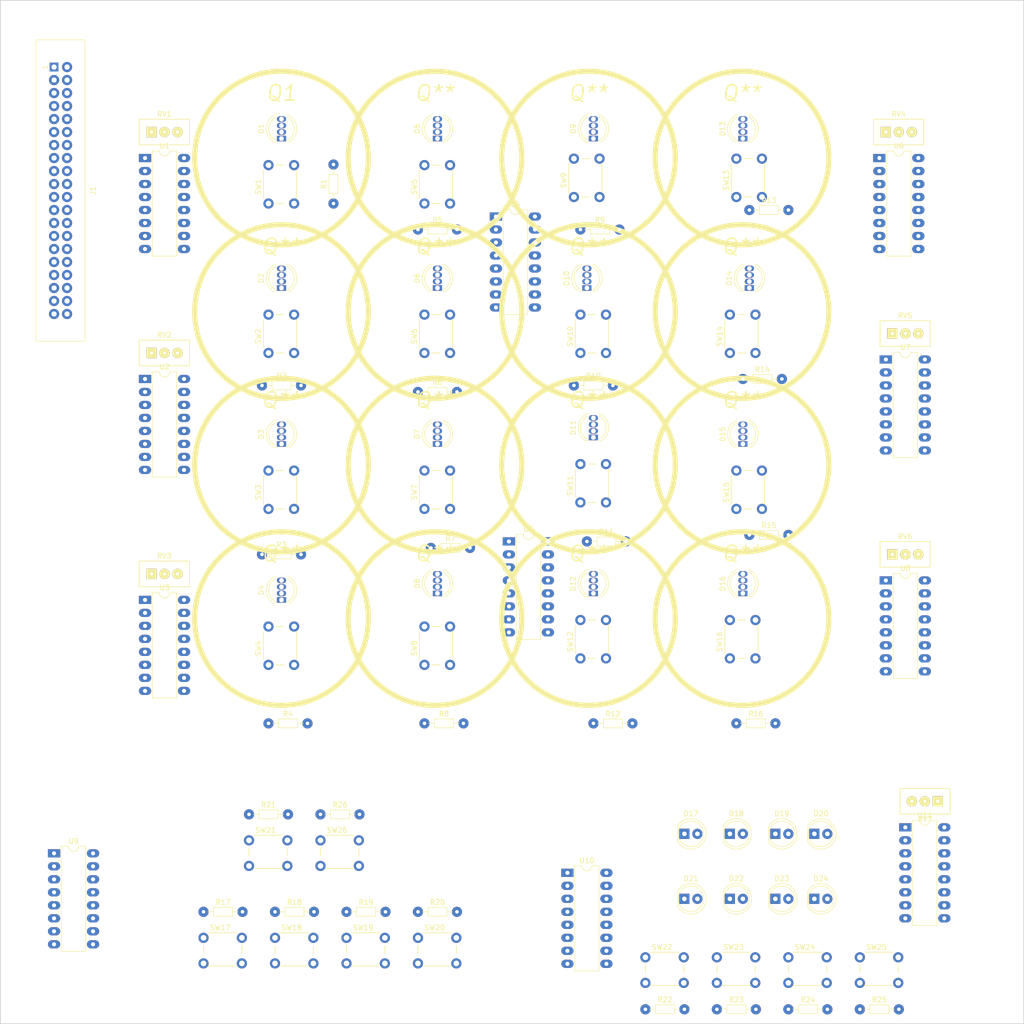
<source format=kicad_pcb>
(kicad_pcb (version 4) (host pcbnew 4.0.6)
  (layers (0 F.Cu signal) (31 B.Cu signal) (34 B.Paste user) (35 F.Paste user) (36 B.SilkS user) (37 F.SilkS user) (38 B.Mask user) (39 F.Mask user) (44 Edge.Cuts user))
  (net 0 "")
  (net 1 "Net-(D1-Pad1)")
  (net 2 "Net-(D1-Pad2)")
  (net 3 "Net-(D1-Pad3)")
  (net 4 "Net-(D1-Pad4)")
  (net 5 "Net-(D2-Pad1)")
  (net 6 "Net-(D2-Pad2)")
  (net 7 "Net-(D2-Pad4)")
  (net 8 "Net-(D3-Pad1)")
  (net 9 "Net-(D3-Pad2)")
  (net 10 "Net-(D3-Pad4)")
  (net 11 "Net-(D4-Pad1)")
  (net 12 "Net-(D4-Pad2)")
  (net 13 "Net-(D4-Pad4)")
  (net 14 "Net-(D5-Pad1)")
  (net 15 "Net-(D5-Pad2)")
  (net 16 "Net-(D5-Pad4)")
  (net 17 "Net-(D6-Pad1)")
  (net 18 "Net-(D6-Pad2)")
  (net 19 "Net-(D6-Pad4)")
  (net 20 "Net-(D7-Pad1)")
  (net 21 "Net-(D7-Pad2)")
  (net 22 "Net-(D7-Pad4)")
  (net 23 "Net-(D8-Pad1)")
  (net 24 "Net-(D8-Pad2)")
  (net 25 "Net-(D8-Pad4)")
  (net 26 "Net-(D9-Pad1)")
  (net 27 "Net-(D9-Pad2)")
  (net 28 "Net-(D9-Pad4)")
  (net 29 "Net-(D10-Pad1)")
  (net 30 "Net-(D10-Pad2)")
  (net 31 "Net-(D10-Pad4)")
  (net 32 "Net-(D11-Pad1)")
  (net 33 "Net-(D11-Pad2)")
  (net 34 "Net-(D11-Pad4)")
  (net 35 "Net-(D12-Pad1)")
  (net 36 "Net-(D12-Pad2)")
  (net 37 "Net-(D12-Pad4)")
  (net 38 "Net-(D13-Pad1)")
  (net 39 "Net-(D13-Pad2)")
  (net 40 "Net-(D13-Pad4)")
  (net 41 "Net-(D14-Pad1)")
  (net 42 "Net-(D14-Pad2)")
  (net 43 "Net-(D14-Pad4)")
  (net 44 "Net-(D15-Pad1)")
  (net 45 "Net-(D15-Pad2)")
  (net 46 "Net-(D15-Pad4)")
  (net 47 "Net-(D16-Pad1)")
  (net 48 "Net-(D16-Pad2)")
  (net 49 "Net-(D16-Pad4)")
  (net 50 "Net-(D17-Pad1)")
  (net 51 "Net-(D18-Pad1)")
  (net 52 "Net-(D19-Pad1)")
  (net 53 "Net-(D20-Pad1)")
  (net 54 "Net-(D21-Pad1)")
  (net 55 "Net-(D22-Pad1)")
  (net 56 "Net-(D23-Pad1)")
  (net 57 "Net-(D24-Pad1)")
  (net 58 "Net-(J1-Pad2)")
  (net 59 "Net-(J1-Pad3)")
  (net 60 "Net-(J1-Pad4)")
  (net 61 "Net-(J1-Pad5)")
  (net 62 GND)
  (net 63 "Net-(J1-Pad7)")
  (net 64 "Net-(J1-Pad8)")
  (net 65 "Net-(J1-Pad9)")
  (net 66 "Net-(J1-Pad10)")
  (net 67 "Net-(J1-Pad11)")
  (net 68 "Net-(J1-Pad12)")
  (net 69 "Net-(J1-Pad13)")
  (net 70 "Net-(J1-Pad14)")
  (net 71 "Net-(J1-Pad15)")
  (net 72 "Net-(J1-Pad16)")
  (net 73 "Net-(J1-Pad17)")
  (net 74 "Net-(J1-Pad18)")
  (net 75 "Net-(J1-Pad19)")
  (net 76 "Net-(J1-Pad20)")
  (net 77 "Net-(J1-Pad21)")
  (net 78 "Net-(J1-Pad22)")
  (net 79 "Net-(J1-Pad23)")
  (net 80 "Net-(J1-Pad24)")
  (net 81 "Net-(J1-Pad25)")
  (net 82 "Net-(J1-Pad26)")
  (net 83 "Net-(J1-Pad27)")
  (net 84 "Net-(J1-Pad28)")
  (net 85 "Net-(J1-Pad29)")
  (net 86 "Net-(J1-Pad30)")
  (net 87 "Net-(J1-Pad31)")
  (net 88 "Net-(J1-Pad32)")
  (net 89 "Net-(J1-Pad33)")
  (net 90 "Net-(J1-Pad34)")
  (net 91 "Net-(J1-Pad35)")
  (net 92 "Net-(J1-Pad36)")
  (net 93 "Net-(J1-Pad37)")
  (net 94 "Net-(J1-Pad38)")
  (net 95 "Net-(J1-Pad39)")
  (net 96 "Net-(J1-Pad40)")
  (net 97 "Net-(R1-Pad1)")
  (net 98 "Net-(R2-Pad1)")
  (net 99 "Net-(R3-Pad1)")
  (net 100 "Net-(R4-Pad1)")
  (net 101 "Net-(R5-Pad1)")
  (net 102 "Net-(R6-Pad1)")
  (net 103 "Net-(R7-Pad1)")
  (net 104 "Net-(R8-Pad1)")
  (net 105 "Net-(R9-Pad1)")
  (net 106 "Net-(R10-Pad1)")
  (net 107 "Net-(R11-Pad1)")
  (net 108 "Net-(R12-Pad1)")
  (net 109 "Net-(R13-Pad1)")
  (net 110 "Net-(R14-Pad1)")
  (net 111 "Net-(R15-Pad1)")
  (net 112 "Net-(R16-Pad1)")
  (net 113 "Net-(R17-Pad1)")
  (net 114 "Net-(R18-Pad1)")
  (net 115 "Net-(R19-Pad1)")
  (net 116 "Net-(R20-Pad1)")
  (net 117 "Net-(R21-Pad1)")
  (net 118 "Net-(R22-Pad1)")
  (net 119 "Net-(R23-Pad1)")
  (net 120 "Net-(R24-Pad1)")
  (net 121 "Net-(R25-Pad1)")
  (net 122 "Net-(R26-Pad1)")
  (net 123 "Net-(RV1-Pad3)")
  (net 124 "Net-(RV2-Pad3)")
  (net 125 "Net-(RV3-Pad3)")
  (net 126 "Net-(RV4-Pad3)")
  (net 127 "Net-(RV5-Pad3)")
  (net 128 "Net-(RV6-Pad3)")
  (net 129 "Net-(RV7-Pad3)")
  (net 130 "Net-(U1-Pad14)")
  (net 131 "Net-(U2-Pad14)")
  (net 132 "Net-(U11-Pad2)")
  (net 133 "Net-(U4-Pad9)")
  (net 134 "Net-(U4-Pad7)")
  (net 135 "Net-(U10-Pad10)")
  (net 136 "Net-(U5-Pad7)")
  (net 137 "Net-(U6-Pad2)")
  (net 138 "Net-(U6-Pad14)")
  (net 139 "Net-(U7-Pad2)")
  (net 140 "Net-(U11-Pad14)")
  (net 141 "Net-(U10-Pad9)")
  (net 142 "Net-(U9-Pad3)")
  (net 143 "Net-(U9-Pad11)")
  (net 144 "Net-(U9-Pad4)")
  (net 145 "Net-(U9-Pad12)")
  (net 146 "Net-(U9-Pad13)")
  (net 147 "Net-(U9-Pad14)")
  (net 148 "Net-(U9-Pad7)")
  (net 149 "Net-(U10-Pad7)")
  (module piquantum-footprints:LED_D5.0mm-4 (layer F.Cu) (at 114.3 67.31 90)
    (fp_text reference D1 (at 1.905 -3.96 90) (layer F.SilkS))
    (fp_text value LED_RABG)
    (pad 1 thru_hole rect (at 0 0 90) (size 1.07 1.8) (drill 0.9) (layers *.Cu *.Mask) (net 1 "Net-(D1-Pad1)"))
    (pad 2 thru_hole oval (at 1.27 0 90) (size 1.07 1.8) (drill 0.9) (layers *.Cu *.Mask) (net 2 "Net-(D1-Pad2)"))
    (pad 3 thru_hole oval (at 2.54 0 90) (size 1.07 1.8) (drill 0.9) (layers *.Cu *.Mask) (net 3 "Net-(D1-Pad3)"))
    (pad 4 thru_hole oval (at 3.81 0 90) (size 1.07 1.8) (drill 0.9) (layers *.Cu *.Mask) (net 4 "Net-(D1-Pad4)"))
  )
  (module piquantum-footprints:LED_D5.0mm-4 (layer F.Cu) (at 114.3 96.52 90)
    (fp_text reference D2 (at 1.905 -3.96 90) (layer F.SilkS))
    (fp_text value LED_RABG)
    (pad 1 thru_hole rect (at 0 0 90) (size 1.07 1.8) (drill 0.9) (layers *.Cu *.Mask) (net 5 "Net-(D2-Pad1)"))
    (pad 2 thru_hole oval (at 1.27 0 90) (size 1.07 1.8) (drill 0.9) (layers *.Cu *.Mask) (net 6 "Net-(D2-Pad2)"))
    (pad 3 thru_hole oval (at 2.54 0 90) (size 1.07 1.8) (drill 0.9) (layers *.Cu *.Mask) (net 3 "Net-(D1-Pad3)"))
    (pad 4 thru_hole oval (at 3.81 0 90) (size 1.07 1.8) (drill 0.9) (layers *.Cu *.Mask) (net 7 "Net-(D2-Pad4)"))
  )
  (module piquantum-footprints:LED_D5.0mm-4 (layer F.Cu) (at 114.3 127 90)
    (fp_text reference D3 (at 1.905 -3.96 90) (layer F.SilkS))
    (fp_text value LED_RABG)
    (pad 1 thru_hole rect (at 0 0 90) (size 1.07 1.8) (drill 0.9) (layers *.Cu *.Mask) (net 8 "Net-(D3-Pad1)"))
    (pad 2 thru_hole oval (at 1.27 0 90) (size 1.07 1.8) (drill 0.9) (layers *.Cu *.Mask) (net 9 "Net-(D3-Pad2)"))
    (pad 3 thru_hole oval (at 2.54 0 90) (size 1.07 1.8) (drill 0.9) (layers *.Cu *.Mask) (net 3 "Net-(D1-Pad3)"))
    (pad 4 thru_hole oval (at 3.81 0 90) (size 1.07 1.8) (drill 0.9) (layers *.Cu *.Mask) (net 10 "Net-(D3-Pad4)"))
  )
  (module piquantum-footprints:LED_D5.0mm-4 (layer F.Cu) (at 114.3 157.48 90)
    (fp_text reference D4 (at 1.905 -3.96 90) (layer F.SilkS))
    (fp_text value LED_RABG)
    (pad 1 thru_hole rect (at 0 0 90) (size 1.07 1.8) (drill 0.9) (layers *.Cu *.Mask) (net 11 "Net-(D4-Pad1)"))
    (pad 2 thru_hole oval (at 1.27 0 90) (size 1.07 1.8) (drill 0.9) (layers *.Cu *.Mask) (net 12 "Net-(D4-Pad2)"))
    (pad 3 thru_hole oval (at 2.54 0 90) (size 1.07 1.8) (drill 0.9) (layers *.Cu *.Mask) (net 3 "Net-(D1-Pad3)"))
    (pad 4 thru_hole oval (at 3.81 0 90) (size 1.07 1.8) (drill 0.9) (layers *.Cu *.Mask) (net 13 "Net-(D4-Pad4)"))
  )
  (module piquantum-footprints:LED_D5.0mm-4 (layer F.Cu) (at 144.78 67.31 90)
    (fp_text reference D5 (at 1.905 -3.96 90) (layer F.SilkS))
    (fp_text value LED_RABG)
    (pad 1 thru_hole rect (at 0 0 90) (size 1.07 1.8) (drill 0.9) (layers *.Cu *.Mask) (net 14 "Net-(D5-Pad1)"))
    (pad 2 thru_hole oval (at 1.27 0 90) (size 1.07 1.8) (drill 0.9) (layers *.Cu *.Mask) (net 15 "Net-(D5-Pad2)"))
    (pad 3 thru_hole oval (at 2.54 0 90) (size 1.07 1.8) (drill 0.9) (layers *.Cu *.Mask) (net 3 "Net-(D1-Pad3)"))
    (pad 4 thru_hole oval (at 3.81 0 90) (size 1.07 1.8) (drill 0.9) (layers *.Cu *.Mask) (net 16 "Net-(D5-Pad4)"))
  )
  (module piquantum-footprints:LED_D5.0mm-4 (layer F.Cu) (at 144.78 96.52 90)
    (fp_text reference D6 (at 1.905 -3.96 90) (layer F.SilkS))
    (fp_text value LED_RABG)
    (pad 1 thru_hole rect (at 0 0 90) (size 1.07 1.8) (drill 0.9) (layers *.Cu *.Mask) (net 17 "Net-(D6-Pad1)"))
    (pad 2 thru_hole oval (at 1.27 0 90) (size 1.07 1.8) (drill 0.9) (layers *.Cu *.Mask) (net 18 "Net-(D6-Pad2)"))
    (pad 3 thru_hole oval (at 2.54 0 90) (size 1.07 1.8) (drill 0.9) (layers *.Cu *.Mask) (net 3 "Net-(D1-Pad3)"))
    (pad 4 thru_hole oval (at 3.81 0 90) (size 1.07 1.8) (drill 0.9) (layers *.Cu *.Mask) (net 19 "Net-(D6-Pad4)"))
  )
  (module piquantum-footprints:LED_D5.0mm-4 (layer F.Cu) (at 144.78 127 90)
    (fp_text reference D7 (at 1.905 -3.96 90) (layer F.SilkS))
    (fp_text value LED_RABG)
    (pad 1 thru_hole rect (at 0 0 90) (size 1.07 1.8) (drill 0.9) (layers *.Cu *.Mask) (net 20 "Net-(D7-Pad1)"))
    (pad 2 thru_hole oval (at 1.27 0 90) (size 1.07 1.8) (drill 0.9) (layers *.Cu *.Mask) (net 21 "Net-(D7-Pad2)"))
    (pad 3 thru_hole oval (at 2.54 0 90) (size 1.07 1.8) (drill 0.9) (layers *.Cu *.Mask) (net 3 "Net-(D1-Pad3)"))
    (pad 4 thru_hole oval (at 3.81 0 90) (size 1.07 1.8) (drill 0.9) (layers *.Cu *.Mask) (net 22 "Net-(D7-Pad4)"))
  )
  (module piquantum-footprints:LED_D5.0mm-4 (layer F.Cu) (at 144.78 156.21 90)
    (fp_text reference D8 (at 1.905 -3.96 90) (layer F.SilkS))
    (fp_text value LED_RABG)
    (pad 1 thru_hole rect (at 0 0 90) (size 1.07 1.8) (drill 0.9) (layers *.Cu *.Mask) (net 23 "Net-(D8-Pad1)"))
    (pad 2 thru_hole oval (at 1.27 0 90) (size 1.07 1.8) (drill 0.9) (layers *.Cu *.Mask) (net 24 "Net-(D8-Pad2)"))
    (pad 3 thru_hole oval (at 2.54 0 90) (size 1.07 1.8) (drill 0.9) (layers *.Cu *.Mask) (net 3 "Net-(D1-Pad3)"))
    (pad 4 thru_hole oval (at 3.81 0 90) (size 1.07 1.8) (drill 0.9) (layers *.Cu *.Mask) (net 25 "Net-(D8-Pad4)"))
  )
  (module piquantum-footprints:LED_D5.0mm-4 (layer F.Cu) (at 175.26 67.31 90)
    (fp_text reference D9 (at 1.905 -3.96 90) (layer F.SilkS))
    (fp_text value LED_RABG)
    (pad 1 thru_hole rect (at 0 0 90) (size 1.07 1.8) (drill 0.9) (layers *.Cu *.Mask) (net 26 "Net-(D9-Pad1)"))
    (pad 2 thru_hole oval (at 1.27 0 90) (size 1.07 1.8) (drill 0.9) (layers *.Cu *.Mask) (net 27 "Net-(D9-Pad2)"))
    (pad 3 thru_hole oval (at 2.54 0 90) (size 1.07 1.8) (drill 0.9) (layers *.Cu *.Mask) (net 3 "Net-(D1-Pad3)"))
    (pad 4 thru_hole oval (at 3.81 0 90) (size 1.07 1.8) (drill 0.9) (layers *.Cu *.Mask) (net 28 "Net-(D9-Pad4)"))
  )
  (module piquantum-footprints:LED_D5.0mm-4 (layer F.Cu) (at 173.99 96.52 90)
    (fp_text reference D10 (at 1.905 -3.96 90) (layer F.SilkS))
    (fp_text value LED_RABG)
    (pad 1 thru_hole rect (at 0 0 90) (size 1.07 1.8) (drill 0.9) (layers *.Cu *.Mask) (net 29 "Net-(D10-Pad1)"))
    (pad 2 thru_hole oval (at 1.27 0 90) (size 1.07 1.8) (drill 0.9) (layers *.Cu *.Mask) (net 30 "Net-(D10-Pad2)"))
    (pad 3 thru_hole oval (at 2.54 0 90) (size 1.07 1.8) (drill 0.9) (layers *.Cu *.Mask) (net 3 "Net-(D1-Pad3)"))
    (pad 4 thru_hole oval (at 3.81 0 90) (size 1.07 1.8) (drill 0.9) (layers *.Cu *.Mask) (net 31 "Net-(D10-Pad4)"))
  )
  (module piquantum-footprints:LED_D5.0mm-4 (layer F.Cu) (at 175.26 125.73 90)
    (fp_text reference D11 (at 1.905 -3.96 90) (layer F.SilkS))
    (fp_text value LED_RABG)
    (pad 1 thru_hole rect (at 0 0 90) (size 1.07 1.8) (drill 0.9) (layers *.Cu *.Mask) (net 32 "Net-(D11-Pad1)"))
    (pad 2 thru_hole oval (at 1.27 0 90) (size 1.07 1.8) (drill 0.9) (layers *.Cu *.Mask) (net 33 "Net-(D11-Pad2)"))
    (pad 3 thru_hole oval (at 2.54 0 90) (size 1.07 1.8) (drill 0.9) (layers *.Cu *.Mask) (net 3 "Net-(D1-Pad3)"))
    (pad 4 thru_hole oval (at 3.81 0 90) (size 1.07 1.8) (drill 0.9) (layers *.Cu *.Mask) (net 34 "Net-(D11-Pad4)"))
  )
  (module piquantum-footprints:LED_D5.0mm-4 (layer F.Cu) (at 175.26 156.21 90)
    (fp_text reference D12 (at 1.905 -3.96 90) (layer F.SilkS))
    (fp_text value LED_RABG)
    (pad 1 thru_hole rect (at 0 0 90) (size 1.07 1.8) (drill 0.9) (layers *.Cu *.Mask) (net 35 "Net-(D12-Pad1)"))
    (pad 2 thru_hole oval (at 1.27 0 90) (size 1.07 1.8) (drill 0.9) (layers *.Cu *.Mask) (net 36 "Net-(D12-Pad2)"))
    (pad 3 thru_hole oval (at 2.54 0 90) (size 1.07 1.8) (drill 0.9) (layers *.Cu *.Mask) (net 3 "Net-(D1-Pad3)"))
    (pad 4 thru_hole oval (at 3.81 0 90) (size 1.07 1.8) (drill 0.9) (layers *.Cu *.Mask) (net 37 "Net-(D12-Pad4)"))
  )
  (module piquantum-footprints:LED_D5.0mm-4 (layer F.Cu) (at 204.47 67.31 90)
    (fp_text reference D13 (at 1.905 -3.96 90) (layer F.SilkS))
    (fp_text value LED_RABG)
    (pad 1 thru_hole rect (at 0 0 90) (size 1.07 1.8) (drill 0.9) (layers *.Cu *.Mask) (net 38 "Net-(D13-Pad1)"))
    (pad 2 thru_hole oval (at 1.27 0 90) (size 1.07 1.8) (drill 0.9) (layers *.Cu *.Mask) (net 39 "Net-(D13-Pad2)"))
    (pad 3 thru_hole oval (at 2.54 0 90) (size 1.07 1.8) (drill 0.9) (layers *.Cu *.Mask) (net 3 "Net-(D1-Pad3)"))
    (pad 4 thru_hole oval (at 3.81 0 90) (size 1.07 1.8) (drill 0.9) (layers *.Cu *.Mask) (net 40 "Net-(D13-Pad4)"))
  )
  (module piquantum-footprints:LED_D5.0mm-4 (layer F.Cu) (at 205.74 96.52 90)
    (fp_text reference D14 (at 1.905 -3.96 90) (layer F.SilkS))
    (fp_text value LED_RABG)
    (pad 1 thru_hole rect (at 0 0 90) (size 1.07 1.8) (drill 0.9) (layers *.Cu *.Mask) (net 41 "Net-(D14-Pad1)"))
    (pad 2 thru_hole oval (at 1.27 0 90) (size 1.07 1.8) (drill 0.9) (layers *.Cu *.Mask) (net 42 "Net-(D14-Pad2)"))
    (pad 3 thru_hole oval (at 2.54 0 90) (size 1.07 1.8) (drill 0.9) (layers *.Cu *.Mask) (net 3 "Net-(D1-Pad3)"))
    (pad 4 thru_hole oval (at 3.81 0 90) (size 1.07 1.8) (drill 0.9) (layers *.Cu *.Mask) (net 43 "Net-(D14-Pad4)"))
  )
  (module piquantum-footprints:LED_D5.0mm-4 (layer F.Cu) (at 204.47 127 90)
    (fp_text reference D15 (at 1.905 -3.96 90) (layer F.SilkS))
    (fp_text value LED_RABG)
    (pad 1 thru_hole rect (at 0 0 90) (size 1.07 1.8) (drill 0.9) (layers *.Cu *.Mask) (net 44 "Net-(D15-Pad1)"))
    (pad 2 thru_hole oval (at 1.27 0 90) (size 1.07 1.8) (drill 0.9) (layers *.Cu *.Mask) (net 45 "Net-(D15-Pad2)"))
    (pad 3 thru_hole oval (at 2.54 0 90) (size 1.07 1.8) (drill 0.9) (layers *.Cu *.Mask) (net 3 "Net-(D1-Pad3)"))
    (pad 4 thru_hole oval (at 3.81 0 90) (size 1.07 1.8) (drill 0.9) (layers *.Cu *.Mask) (net 46 "Net-(D15-Pad4)"))
  )
  (module piquantum-footprints:LED_D5.0mm-4 (layer F.Cu) (at 204.47 156.21 90)
    (fp_text reference D16 (at 1.905 -3.96 90) (layer F.SilkS))
    (fp_text value LED_RABG)
    (pad 1 thru_hole rect (at 0 0 90) (size 1.07 1.8) (drill 0.9) (layers *.Cu *.Mask) (net 47 "Net-(D16-Pad1)"))
    (pad 2 thru_hole oval (at 1.27 0 90) (size 1.07 1.8) (drill 0.9) (layers *.Cu *.Mask) (net 48 "Net-(D16-Pad2)"))
    (pad 3 thru_hole oval (at 2.54 0 90) (size 1.07 1.8) (drill 0.9) (layers *.Cu *.Mask) (net 3 "Net-(D1-Pad3)"))
    (pad 4 thru_hole oval (at 3.81 0 90) (size 1.07 1.8) (drill 0.9) (layers *.Cu *.Mask) (net 49 "Net-(D16-Pad4)"))
  )
  (module piquantum-footprints:LED_D5.0mm (layer F.Cu) (at 193.04 203.2)
    (fp_text reference D17 (at 1.27 -3.96) (layer F.SilkS))
    (fp_text value LED)
    (pad 1 thru_hole rect (at 0 0) (size 2 2) (drill 0.9) (layers *.Cu *.Mask) (net 50 "Net-(D17-Pad1)"))
    (pad 2 thru_hole circle (at 2.54 0) (size 2 2) (drill 0.9) (layers *.Cu *.Mask) (net 3 "Net-(D1-Pad3)"))
  )
  (module piquantum-footprints:LED_D5.0mm (layer F.Cu) (at 201.93 203.2)
    (fp_text reference D18 (at 1.27 -3.96) (layer F.SilkS))
    (fp_text value LED)
    (pad 1 thru_hole rect (at 0 0) (size 2 2) (drill 0.9) (layers *.Cu *.Mask) (net 51 "Net-(D18-Pad1)"))
    (pad 2 thru_hole circle (at 2.54 0) (size 2 2) (drill 0.9) (layers *.Cu *.Mask) (net 3 "Net-(D1-Pad3)"))
  )
  (module piquantum-footprints:LED_D5.0mm (layer F.Cu) (at 210.82 203.2)
    (fp_text reference D19 (at 1.27 -3.96) (layer F.SilkS))
    (fp_text value LED)
    (pad 1 thru_hole rect (at 0 0) (size 2 2) (drill 0.9) (layers *.Cu *.Mask) (net 52 "Net-(D19-Pad1)"))
    (pad 2 thru_hole circle (at 2.54 0) (size 2 2) (drill 0.9) (layers *.Cu *.Mask) (net 3 "Net-(D1-Pad3)"))
  )
  (module piquantum-footprints:LED_D5.0mm (layer F.Cu) (at 218.44 203.2)
    (fp_text reference D20 (at 1.27 -3.96) (layer F.SilkS))
    (fp_text value LED)
    (pad 1 thru_hole rect (at 0 0) (size 2 2) (drill 0.9) (layers *.Cu *.Mask) (net 53 "Net-(D20-Pad1)"))
    (pad 2 thru_hole circle (at 2.54 0) (size 2 2) (drill 0.9) (layers *.Cu *.Mask) (net 3 "Net-(D1-Pad3)"))
  )
  (module piquantum-footprints:LED_D5.0mm (layer F.Cu) (at 193.04 215.9)
    (fp_text reference D21 (at 1.27 -3.96) (layer F.SilkS))
    (fp_text value LED)
    (pad 1 thru_hole rect (at 0 0) (size 2 2) (drill 0.9) (layers *.Cu *.Mask) (net 54 "Net-(D21-Pad1)"))
    (pad 2 thru_hole circle (at 2.54 0) (size 2 2) (drill 0.9) (layers *.Cu *.Mask) (net 3 "Net-(D1-Pad3)"))
  )
  (module piquantum-footprints:LED_D5.0mm (layer F.Cu) (at 201.93 215.9)
    (fp_text reference D22 (at 1.27 -3.96) (layer F.SilkS))
    (fp_text value LED)
    (pad 1 thru_hole rect (at 0 0) (size 2 2) (drill 0.9) (layers *.Cu *.Mask) (net 55 "Net-(D22-Pad1)"))
    (pad 2 thru_hole circle (at 2.54 0) (size 2 2) (drill 0.9) (layers *.Cu *.Mask) (net 3 "Net-(D1-Pad3)"))
  )
  (module piquantum-footprints:LED_D5.0mm (layer F.Cu) (at 210.82 215.9)
    (fp_text reference D23 (at 1.27 -3.96) (layer F.SilkS))
    (fp_text value LED)
    (pad 1 thru_hole rect (at 0 0) (size 2 2) (drill 0.9) (layers *.Cu *.Mask) (net 56 "Net-(D23-Pad1)"))
    (pad 2 thru_hole circle (at 2.54 0) (size 2 2) (drill 0.9) (layers *.Cu *.Mask) (net 3 "Net-(D1-Pad3)"))
  )
  (module piquantum-footprints:LED_D5.0mm (layer F.Cu) (at 218.44 215.9)
    (fp_text reference D24 (at 1.27 -3.96) (layer F.SilkS))
    (fp_text value LED)
    (pad 1 thru_hole rect (at 0 0) (size 2 2) (drill 0.9) (layers *.Cu *.Mask) (net 57 "Net-(D24-Pad1)"))
    (pad 2 thru_hole circle (at 2.54 0) (size 2 2) (drill 0.9) (layers *.Cu *.Mask) (net 3 "Net-(D1-Pad3)"))
  )
  (module piquantum-footprints:IDC_Header_Straight_40pins (layer F.Cu) (at 69.85 53.34 270)
    (fp_text reference J1 (at 24.13 -7.62 270) (layer F.SilkS))
    (fp_text value CONN_02X20)
    (fp_text user 1 (at 0.02 1.72 270) (layer F.SilkS) (effects (font (thickness 0.12))))
    (pad 1 thru_hole rect (at 0 0 270) (size 1.7272 1.7272) (drill 1.016) (layers *.Cu *.Mask) (net 3 "Net-(D1-Pad3)"))
    (pad 2 thru_hole oval (at 0 -2.54 270) (size 2 2) (drill 1.016) (layers *.Cu *.Mask) (net 58 "Net-(J1-Pad2)"))
    (pad 3 thru_hole oval (at 2.54 0 270) (size 2 2) (drill 1.016) (layers *.Cu *.Mask) (net 59 "Net-(J1-Pad3)"))
    (pad 4 thru_hole oval (at 2.54 -2.54 270) (size 2 2) (drill 1.016) (layers *.Cu *.Mask) (net 60 "Net-(J1-Pad4)"))
    (pad 5 thru_hole oval (at 5.08 0 270) (size 2 2) (drill 1.016) (layers *.Cu *.Mask) (net 61 "Net-(J1-Pad5)"))
    (pad 6 thru_hole oval (at 5.08 -2.54 270) (size 2 2) (drill 1.016) (layers *.Cu *.Mask) (net 62 GND))
    (pad 7 thru_hole oval (at 7.62 0 270) (size 2 2) (drill 1.016) (layers *.Cu *.Mask) (net 63 "Net-(J1-Pad7)"))
    (pad 8 thru_hole oval (at 7.62 -2.54 270) (size 2 2) (drill 1.016) (layers *.Cu *.Mask) (net 64 "Net-(J1-Pad8)"))
    (pad 9 thru_hole oval (at 10.16 0 270) (size 2 2) (drill 1.016) (layers *.Cu *.Mask) (net 65 "Net-(J1-Pad9)"))
    (pad 10 thru_hole oval (at 10.16 -2.54 270) (size 2 2) (drill 1.016) (layers *.Cu *.Mask) (net 66 "Net-(J1-Pad10)"))
    (pad 11 thru_hole oval (at 12.7 0 270) (size 2 2) (drill 1.016) (layers *.Cu *.Mask) (net 67 "Net-(J1-Pad11)"))
    (pad 12 thru_hole oval (at 12.7 -2.54 270) (size 2 2) (drill 1.016) (layers *.Cu *.Mask) (net 68 "Net-(J1-Pad12)"))
    (pad 13 thru_hole oval (at 15.24 0 270) (size 2 2) (drill 1.016) (layers *.Cu *.Mask) (net 69 "Net-(J1-Pad13)"))
    (pad 14 thru_hole oval (at 15.24 -2.54 270) (size 2 2) (drill 1.016) (layers *.Cu *.Mask) (net 70 "Net-(J1-Pad14)"))
    (pad 15 thru_hole oval (at 17.78 0 270) (size 2 2) (drill 1.016) (layers *.Cu *.Mask) (net 71 "Net-(J1-Pad15)"))
    (pad 16 thru_hole oval (at 17.78 -2.54 270) (size 2 2) (drill 1.016) (layers *.Cu *.Mask) (net 72 "Net-(J1-Pad16)"))
    (pad 17 thru_hole oval (at 20.32 0 270) (size 2 2) (drill 1.016) (layers *.Cu *.Mask) (net 73 "Net-(J1-Pad17)"))
    (pad 18 thru_hole oval (at 20.32 -2.54 270) (size 2 2) (drill 1.016) (layers *.Cu *.Mask) (net 74 "Net-(J1-Pad18)"))
    (pad 19 thru_hole oval (at 22.86 0 270) (size 2 2) (drill 1.016) (layers *.Cu *.Mask) (net 75 "Net-(J1-Pad19)"))
    (pad 20 thru_hole oval (at 22.86 -2.54 270) (size 2 2) (drill 1.016) (layers *.Cu *.Mask) (net 76 "Net-(J1-Pad20)"))
    (pad 21 thru_hole oval (at 25.4 0 270) (size 2 2) (drill 1.016) (layers *.Cu *.Mask) (net 77 "Net-(J1-Pad21)"))
    (pad 22 thru_hole oval (at 25.4 -2.54 270) (size 2 2) (drill 1.016) (layers *.Cu *.Mask) (net 78 "Net-(J1-Pad22)"))
    (pad 23 thru_hole oval (at 27.94 0 270) (size 2 2) (drill 1.016) (layers *.Cu *.Mask) (net 79 "Net-(J1-Pad23)"))
    (pad 24 thru_hole oval (at 27.94 -2.54 270) (size 2 2) (drill 1.016) (layers *.Cu *.Mask) (net 80 "Net-(J1-Pad24)"))
    (pad 25 thru_hole oval (at 30.48 0 270) (size 2 2) (drill 1.016) (layers *.Cu *.Mask) (net 81 "Net-(J1-Pad25)"))
    (pad 26 thru_hole oval (at 30.48 -2.54 270) (size 2 2) (drill 1.016) (layers *.Cu *.Mask) (net 82 "Net-(J1-Pad26)"))
    (pad 27 thru_hole oval (at 33.02 0 270) (size 2 2) (drill 1.016) (layers *.Cu *.Mask) (net 83 "Net-(J1-Pad27)"))
    (pad 28 thru_hole oval (at 33.02 -2.54 270) (size 2 2) (drill 1.016) (layers *.Cu *.Mask) (net 84 "Net-(J1-Pad28)"))
    (pad 29 thru_hole oval (at 35.56 0 270) (size 2 2) (drill 1.016) (layers *.Cu *.Mask) (net 85 "Net-(J1-Pad29)"))
    (pad 30 thru_hole oval (at 35.56 -2.54 270) (size 2 2) (drill 1.016) (layers *.Cu *.Mask) (net 86 "Net-(J1-Pad30)"))
    (pad 31 thru_hole oval (at 38.1 0 270) (size 2 2) (drill 1.016) (layers *.Cu *.Mask) (net 87 "Net-(J1-Pad31)"))
    (pad 32 thru_hole oval (at 38.1 -2.54 270) (size 2 2) (drill 1.016) (layers *.Cu *.Mask) (net 88 "Net-(J1-Pad32)"))
    (pad 33 thru_hole oval (at 40.64 0 270) (size 2 2) (drill 1.016) (layers *.Cu *.Mask) (net 89 "Net-(J1-Pad33)"))
    (pad 34 thru_hole oval (at 40.64 -2.54 270) (size 2 2) (drill 1.016) (layers *.Cu *.Mask) (net 90 "Net-(J1-Pad34)"))
    (pad 35 thru_hole oval (at 43.18 0 270) (size 2 2) (drill 1.016) (layers *.Cu *.Mask) (net 91 "Net-(J1-Pad35)"))
    (pad 36 thru_hole oval (at 43.18 -2.54 270) (size 2 2) (drill 1.016) (layers *.Cu *.Mask) (net 92 "Net-(J1-Pad36)"))
    (pad 37 thru_hole oval (at 45.72 0 270) (size 2 2) (drill 1.016) (layers *.Cu *.Mask) (net 93 "Net-(J1-Pad37)"))
    (pad 38 thru_hole oval (at 45.72 -2.54 270) (size 2 2) (drill 1.016) (layers *.Cu *.Mask) (net 94 "Net-(J1-Pad38)"))
    (pad 39 thru_hole oval (at 48.26 0 270) (size 2 2) (drill 1.016) (layers *.Cu *.Mask) (net 95 "Net-(J1-Pad39)"))
    (pad 40 thru_hole oval (at 48.26 -2.54 270) (size 2 2) (drill 1.016) (layers *.Cu *.Mask) (net 96 "Net-(J1-Pad40)"))
  )
  (module piquantum-footprints:R_Axial_DIN0204_L3.6mm_D1.6mm_P7.62mm_Horizontal (layer F.Cu) (at 124.46 80.01 90)
    (fp_text reference R1 (at 3.81 -1.86 90) (layer F.SilkS))
    (fp_text value 2k7)
    (pad 1 thru_hole circle (at 0 0 90) (size 2 2) (drill 0.7) (layers *.Cu *.Mask) (net 97 "Net-(R1-Pad1)"))
    (pad 2 thru_hole oval (at 7.62 0 90) (size 2 2) (drill 0.7) (layers *.Cu *.Mask) (net 62 GND))
  )
  (module piquantum-footprints:R_Axial_DIN0204_L3.6mm_D1.6mm_P7.62mm_Horizontal (layer F.Cu) (at 110.49 115.57)
    (fp_text reference R2 (at 3.81 -1.86) (layer F.SilkS))
    (fp_text value 2k7)
    (pad 1 thru_hole circle (at 0 0) (size 2 2) (drill 0.7) (layers *.Cu *.Mask) (net 98 "Net-(R2-Pad1)"))
    (pad 2 thru_hole oval (at 7.62 0) (size 2 2) (drill 0.7) (layers *.Cu *.Mask) (net 62 GND))
  )
  (module piquantum-footprints:R_Axial_DIN0204_L3.6mm_D1.6mm_P7.62mm_Horizontal (layer F.Cu) (at 110.49 148.59)
    (fp_text reference R3 (at 3.81 -1.86) (layer F.SilkS))
    (fp_text value 2k7)
    (pad 1 thru_hole circle (at 0 0) (size 2 2) (drill 0.7) (layers *.Cu *.Mask) (net 99 "Net-(R3-Pad1)"))
    (pad 2 thru_hole oval (at 7.62 0) (size 2 2) (drill 0.7) (layers *.Cu *.Mask) (net 62 GND))
  )
  (module piquantum-footprints:R_Axial_DIN0204_L3.6mm_D1.6mm_P7.62mm_Horizontal (layer F.Cu) (at 111.76 181.61)
    (fp_text reference R4 (at 3.81 -1.86) (layer F.SilkS))
    (fp_text value 2k7)
    (pad 1 thru_hole circle (at 0 0) (size 2 2) (drill 0.7) (layers *.Cu *.Mask) (net 100 "Net-(R4-Pad1)"))
    (pad 2 thru_hole oval (at 7.62 0) (size 2 2) (drill 0.7) (layers *.Cu *.Mask) (net 62 GND))
  )
  (module piquantum-footprints:R_Axial_DIN0204_L3.6mm_D1.6mm_P7.62mm_Horizontal (layer F.Cu) (at 140.97 85.09)
    (fp_text reference R5 (at 3.81 -1.86) (layer F.SilkS))
    (fp_text value 2k7)
    (pad 1 thru_hole circle (at 0 0) (size 2 2) (drill 0.7) (layers *.Cu *.Mask) (net 101 "Net-(R5-Pad1)"))
    (pad 2 thru_hole oval (at 7.62 0) (size 2 2) (drill 0.7) (layers *.Cu *.Mask) (net 62 GND))
  )
  (module piquantum-footprints:R_Axial_DIN0204_L3.6mm_D1.6mm_P7.62mm_Horizontal (layer F.Cu) (at 140.97 116.84)
    (fp_text reference R6 (at 3.81 -1.86) (layer F.SilkS))
    (fp_text value 2k7)
    (pad 1 thru_hole circle (at 0 0) (size 2 2) (drill 0.7) (layers *.Cu *.Mask) (net 102 "Net-(R6-Pad1)"))
    (pad 2 thru_hole oval (at 7.62 0) (size 2 2) (drill 0.7) (layers *.Cu *.Mask) (net 62 GND))
  )
  (module piquantum-footprints:R_Axial_DIN0204_L3.6mm_D1.6mm_P7.62mm_Horizontal (layer F.Cu) (at 143.51 147.32)
    (fp_text reference R7 (at 3.81 -1.86) (layer F.SilkS))
    (fp_text value 2k7)
    (pad 1 thru_hole circle (at 0 0) (size 2 2) (drill 0.7) (layers *.Cu *.Mask) (net 103 "Net-(R7-Pad1)"))
    (pad 2 thru_hole oval (at 7.62 0) (size 2 2) (drill 0.7) (layers *.Cu *.Mask) (net 62 GND))
  )
  (module piquantum-footprints:R_Axial_DIN0204_L3.6mm_D1.6mm_P7.62mm_Horizontal (layer F.Cu) (at 142.24 181.61)
    (fp_text reference R8 (at 3.81 -1.86) (layer F.SilkS))
    (fp_text value 2k7)
    (pad 1 thru_hole circle (at 0 0) (size 2 2) (drill 0.7) (layers *.Cu *.Mask) (net 104 "Net-(R8-Pad1)"))
    (pad 2 thru_hole oval (at 7.62 0) (size 2 2) (drill 0.7) (layers *.Cu *.Mask) (net 62 GND))
  )
  (module piquantum-footprints:R_Axial_DIN0204_L3.6mm_D1.6mm_P7.62mm_Horizontal (layer F.Cu) (at 172.72 85.09)
    (fp_text reference R9 (at 3.81 -1.86) (layer F.SilkS))
    (fp_text value 2k7)
    (pad 1 thru_hole circle (at 0 0) (size 2 2) (drill 0.7) (layers *.Cu *.Mask) (net 105 "Net-(R9-Pad1)"))
    (pad 2 thru_hole oval (at 7.62 0) (size 2 2) (drill 0.7) (layers *.Cu *.Mask) (net 62 GND))
  )
  (module piquantum-footprints:R_Axial_DIN0204_L3.6mm_D1.6mm_P7.62mm_Horizontal (layer F.Cu) (at 171.45 115.57)
    (fp_text reference R10 (at 3.81 -1.86) (layer F.SilkS))
    (fp_text value 2k7)
    (pad 1 thru_hole circle (at 0 0) (size 2 2) (drill 0.7) (layers *.Cu *.Mask) (net 106 "Net-(R10-Pad1)"))
    (pad 2 thru_hole oval (at 7.62 0) (size 2 2) (drill 0.7) (layers *.Cu *.Mask) (net 62 GND))
  )
  (module piquantum-footprints:R_Axial_DIN0204_L3.6mm_D1.6mm_P7.62mm_Horizontal (layer F.Cu) (at 173.99 146.05)
    (fp_text reference R11 (at 3.81 -1.86) (layer F.SilkS))
    (fp_text value 2k7)
    (pad 1 thru_hole circle (at 0 0) (size 2 2) (drill 0.7) (layers *.Cu *.Mask) (net 107 "Net-(R11-Pad1)"))
    (pad 2 thru_hole oval (at 7.62 0) (size 2 2) (drill 0.7) (layers *.Cu *.Mask) (net 62 GND))
  )
  (module piquantum-footprints:R_Axial_DIN0204_L3.6mm_D1.6mm_P7.62mm_Horizontal (layer F.Cu) (at 175.26 181.61)
    (fp_text reference R12 (at 3.81 -1.86) (layer F.SilkS))
    (fp_text value 2k7)
    (pad 1 thru_hole circle (at 0 0) (size 2 2) (drill 0.7) (layers *.Cu *.Mask) (net 108 "Net-(R12-Pad1)"))
    (pad 2 thru_hole oval (at 7.62 0) (size 2 2) (drill 0.7) (layers *.Cu *.Mask) (net 62 GND))
  )
  (module piquantum-footprints:R_Axial_DIN0204_L3.6mm_D1.6mm_P7.62mm_Horizontal (layer F.Cu) (at 205.74 81.28)
    (fp_text reference R13 (at 3.81 -1.86) (layer F.SilkS))
    (fp_text value 2k7)
    (pad 1 thru_hole circle (at 0 0) (size 2 2) (drill 0.7) (layers *.Cu *.Mask) (net 109 "Net-(R13-Pad1)"))
    (pad 2 thru_hole oval (at 7.62 0) (size 2 2) (drill 0.7) (layers *.Cu *.Mask) (net 62 GND))
  )
  (module piquantum-footprints:R_Axial_DIN0204_L3.6mm_D1.6mm_P7.62mm_Horizontal (layer F.Cu) (at 204.47 114.3)
    (fp_text reference R14 (at 3.81 -1.86) (layer F.SilkS))
    (fp_text value 2k7)
    (pad 1 thru_hole circle (at 0 0) (size 2 2) (drill 0.7) (layers *.Cu *.Mask) (net 110 "Net-(R14-Pad1)"))
    (pad 2 thru_hole oval (at 7.62 0) (size 2 2) (drill 0.7) (layers *.Cu *.Mask) (net 62 GND))
  )
  (module piquantum-footprints:R_Axial_DIN0204_L3.6mm_D1.6mm_P7.62mm_Horizontal (layer F.Cu) (at 205.74 144.78)
    (fp_text reference R15 (at 3.81 -1.86) (layer F.SilkS))
    (fp_text value 2k7)
    (pad 1 thru_hole circle (at 0 0) (size 2 2) (drill 0.7) (layers *.Cu *.Mask) (net 111 "Net-(R15-Pad1)"))
    (pad 2 thru_hole oval (at 7.62 0) (size 2 2) (drill 0.7) (layers *.Cu *.Mask) (net 62 GND))
  )
  (module piquantum-footprints:R_Axial_DIN0204_L3.6mm_D1.6mm_P7.62mm_Horizontal (layer F.Cu) (at 203.2 181.61)
    (fp_text reference R16 (at 3.81 -1.86) (layer F.SilkS))
    (fp_text value 2k7)
    (pad 1 thru_hole circle (at 0 0) (size 2 2) (drill 0.7) (layers *.Cu *.Mask) (net 112 "Net-(R16-Pad1)"))
    (pad 2 thru_hole oval (at 7.62 0) (size 2 2) (drill 0.7) (layers *.Cu *.Mask) (net 62 GND))
  )
  (module piquantum-footprints:R_Axial_DIN0204_L3.6mm_D1.6mm_P7.62mm_Horizontal (layer F.Cu) (at 99.06 218.44)
    (fp_text reference R17 (at 3.81 -1.86) (layer F.SilkS))
    (fp_text value 2k7)
    (pad 1 thru_hole circle (at 0 0) (size 2 2) (drill 0.7) (layers *.Cu *.Mask) (net 113 "Net-(R17-Pad1)"))
    (pad 2 thru_hole oval (at 7.62 0) (size 2 2) (drill 0.7) (layers *.Cu *.Mask) (net 62 GND))
  )
  (module piquantum-footprints:R_Axial_DIN0204_L3.6mm_D1.6mm_P7.62mm_Horizontal (layer F.Cu) (at 113.03 218.44)
    (fp_text reference R18 (at 3.81 -1.86) (layer F.SilkS))
    (fp_text value 2k7)
    (pad 1 thru_hole circle (at 0 0) (size 2 2) (drill 0.7) (layers *.Cu *.Mask) (net 114 "Net-(R18-Pad1)"))
    (pad 2 thru_hole oval (at 7.62 0) (size 2 2) (drill 0.7) (layers *.Cu *.Mask) (net 62 GND))
  )
  (module piquantum-footprints:R_Axial_DIN0204_L3.6mm_D1.6mm_P7.62mm_Horizontal (layer F.Cu) (at 127 218.44)
    (fp_text reference R19 (at 3.81 -1.86) (layer F.SilkS))
    (fp_text value 2k7)
    (pad 1 thru_hole circle (at 0 0) (size 2 2) (drill 0.7) (layers *.Cu *.Mask) (net 115 "Net-(R19-Pad1)"))
    (pad 2 thru_hole oval (at 7.62 0) (size 2 2) (drill 0.7) (layers *.Cu *.Mask) (net 62 GND))
  )
  (module piquantum-footprints:R_Axial_DIN0204_L3.6mm_D1.6mm_P7.62mm_Horizontal (layer F.Cu) (at 140.97 218.44)
    (fp_text reference R20 (at 3.81 -1.86) (layer F.SilkS))
    (fp_text value 2k7)
    (pad 1 thru_hole circle (at 0 0) (size 2 2) (drill 0.7) (layers *.Cu *.Mask) (net 116 "Net-(R20-Pad1)"))
    (pad 2 thru_hole oval (at 7.62 0) (size 2 2) (drill 0.7) (layers *.Cu *.Mask) (net 62 GND))
  )
  (module piquantum-footprints:R_Axial_DIN0204_L3.6mm_D1.6mm_P7.62mm_Horizontal (layer F.Cu) (at 107.95 199.39)
    (fp_text reference R21 (at 3.81 -1.86) (layer F.SilkS))
    (fp_text value 2k7)
    (pad 1 thru_hole circle (at 0 0) (size 2 2) (drill 0.7) (layers *.Cu *.Mask) (net 117 "Net-(R21-Pad1)"))
    (pad 2 thru_hole oval (at 7.62 0) (size 2 2) (drill 0.7) (layers *.Cu *.Mask) (net 62 GND))
  )
  (module piquantum-footprints:R_Axial_DIN0204_L3.6mm_D1.6mm_P7.62mm_Horizontal (layer F.Cu) (at 185.42 237.49)
    (fp_text reference R22 (at 3.81 -1.86) (layer F.SilkS))
    (fp_text value 2k7)
    (pad 1 thru_hole circle (at 0 0) (size 2 2) (drill 0.7) (layers *.Cu *.Mask) (net 118 "Net-(R22-Pad1)"))
    (pad 2 thru_hole oval (at 7.62 0) (size 2 2) (drill 0.7) (layers *.Cu *.Mask) (net 62 GND))
  )
  (module piquantum-footprints:R_Axial_DIN0204_L3.6mm_D1.6mm_P7.62mm_Horizontal (layer F.Cu) (at 199.39 237.49)
    (fp_text reference R23 (at 3.81 -1.86) (layer F.SilkS))
    (fp_text value 2k7)
    (pad 1 thru_hole circle (at 0 0) (size 2 2) (drill 0.7) (layers *.Cu *.Mask) (net 119 "Net-(R23-Pad1)"))
    (pad 2 thru_hole oval (at 7.62 0) (size 2 2) (drill 0.7) (layers *.Cu *.Mask) (net 62 GND))
  )
  (module piquantum-footprints:R_Axial_DIN0204_L3.6mm_D1.6mm_P7.62mm_Horizontal (layer F.Cu) (at 213.36 237.49)
    (fp_text reference R24 (at 3.81 -1.86) (layer F.SilkS))
    (fp_text value 2k7)
    (pad 1 thru_hole circle (at 0 0) (size 2 2) (drill 0.7) (layers *.Cu *.Mask) (net 120 "Net-(R24-Pad1)"))
    (pad 2 thru_hole oval (at 7.62 0) (size 2 2) (drill 0.7) (layers *.Cu *.Mask) (net 62 GND))
  )
  (module piquantum-footprints:R_Axial_DIN0204_L3.6mm_D1.6mm_P7.62mm_Horizontal (layer F.Cu) (at 227.33 237.49)
    (fp_text reference R25 (at 3.81 -1.86) (layer F.SilkS))
    (fp_text value 2k7)
    (pad 1 thru_hole circle (at 0 0) (size 2 2) (drill 0.7) (layers *.Cu *.Mask) (net 121 "Net-(R25-Pad1)"))
    (pad 2 thru_hole oval (at 7.62 0) (size 2 2) (drill 0.7) (layers *.Cu *.Mask) (net 62 GND))
  )
  (module piquantum-footprints:R_Axial_DIN0204_L3.6mm_D1.6mm_P7.62mm_Horizontal (layer F.Cu) (at 121.92 199.39)
    (fp_text reference R26 (at 3.81 -1.86) (layer F.SilkS))
    (fp_text value 2k7)
    (pad 1 thru_hole circle (at 0 0) (size 2 2) (drill 0.7) (layers *.Cu *.Mask) (net 122 "Net-(R26-Pad1)"))
    (pad 2 thru_hole oval (at 7.62 0) (size 2 2) (drill 0.7) (layers *.Cu *.Mask) (net 62 GND))
  )
  (module piquantum-footprints:Vishay_Trimmer_Through_Hole_2.54mm (layer F.Cu) (at 88.9 66.04)
    (fp_text reference RV1 (at 2.5 -3.5) (layer F.SilkS))
    (fp_text value POT)
    (pad 3 thru_hole circle (at 5.08 0) (size 2 2) (drill 0.6) (layers *.Cu *.Mask F.SilkS) (net 123 "Net-(RV1-Pad3)"))
    (pad 1 thru_hole rect (at 0 0) (size 2 2) (drill 0.6) (layers *.Cu *.Mask F.SilkS) (net 62 GND))
    (pad 2 thru_hole circle (at 2.54 0) (size 2 2) (drill 0.6) (layers *.Cu *.Mask F.SilkS) (net 62 GND))
  )
  (module piquantum-footprints:Vishay_Trimmer_Through_Hole_2.54mm (layer F.Cu) (at 88.9 109.22)
    (fp_text reference RV2 (at 2.5 -3.5) (layer F.SilkS))
    (fp_text value POT)
    (pad 3 thru_hole circle (at 5.08 0) (size 2 2) (drill 0.6) (layers *.Cu *.Mask F.SilkS) (net 124 "Net-(RV2-Pad3)"))
    (pad 1 thru_hole rect (at 0 0) (size 2 2) (drill 0.6) (layers *.Cu *.Mask F.SilkS) (net 62 GND))
    (pad 2 thru_hole circle (at 2.54 0) (size 2 2) (drill 0.6) (layers *.Cu *.Mask F.SilkS) (net 62 GND))
  )
  (module piquantum-footprints:Vishay_Trimmer_Through_Hole_2.54mm (layer F.Cu) (at 88.9 152.4)
    (fp_text reference RV3 (at 2.5 -3.5) (layer F.SilkS))
    (fp_text value POT)
    (pad 3 thru_hole circle (at 5.08 0) (size 2 2) (drill 0.6) (layers *.Cu *.Mask F.SilkS) (net 125 "Net-(RV3-Pad3)"))
    (pad 1 thru_hole rect (at 0 0) (size 2 2) (drill 0.6) (layers *.Cu *.Mask F.SilkS) (net 62 GND))
    (pad 2 thru_hole circle (at 2.54 0) (size 2 2) (drill 0.6) (layers *.Cu *.Mask F.SilkS) (net 62 GND))
  )
  (module piquantum-footprints:Vishay_Trimmer_Through_Hole_2.54mm (layer F.Cu) (at 232.41 66.04)
    (fp_text reference RV4 (at 2.5 -3.5) (layer F.SilkS))
    (fp_text value POT)
    (pad 3 thru_hole circle (at 5.08 0) (size 2 2) (drill 0.6) (layers *.Cu *.Mask F.SilkS) (net 126 "Net-(RV4-Pad3)"))
    (pad 1 thru_hole rect (at 0 0) (size 2 2) (drill 0.6) (layers *.Cu *.Mask F.SilkS) (net 62 GND))
    (pad 2 thru_hole circle (at 2.54 0) (size 2 2) (drill 0.6) (layers *.Cu *.Mask F.SilkS) (net 62 GND))
  )
  (module piquantum-footprints:Vishay_Trimmer_Through_Hole_2.54mm (layer F.Cu) (at 233.68 105.41)
    (fp_text reference RV5 (at 2.5 -3.5) (layer F.SilkS))
    (fp_text value POT)
    (pad 3 thru_hole circle (at 5.08 0) (size 2 2) (drill 0.6) (layers *.Cu *.Mask F.SilkS) (net 127 "Net-(RV5-Pad3)"))
    (pad 1 thru_hole rect (at 0 0) (size 2 2) (drill 0.6) (layers *.Cu *.Mask F.SilkS) (net 62 GND))
    (pad 2 thru_hole circle (at 2.54 0) (size 2 2) (drill 0.6) (layers *.Cu *.Mask F.SilkS) (net 62 GND))
  )
  (module piquantum-footprints:Vishay_Trimmer_Through_Hole_2.54mm (layer F.Cu) (at 233.68 148.59)
    (fp_text reference RV6 (at 2.5 -3.5) (layer F.SilkS))
    (fp_text value POT)
    (pad 3 thru_hole circle (at 5.08 0) (size 2 2) (drill 0.6) (layers *.Cu *.Mask F.SilkS) (net 128 "Net-(RV6-Pad3)"))
    (pad 1 thru_hole rect (at 0 0) (size 2 2) (drill 0.6) (layers *.Cu *.Mask F.SilkS) (net 62 GND))
    (pad 2 thru_hole circle (at 2.54 0) (size 2 2) (drill 0.6) (layers *.Cu *.Mask F.SilkS) (net 62 GND))
  )
  (module piquantum-footprints:Vishay_Trimmer_Through_Hole_2.54mm (layer F.Cu) (at 242.57 196.85 180)
    (fp_text reference RV7 (at 2.5 -3.5 180) (layer F.SilkS))
    (fp_text value POT)
    (pad 3 thru_hole circle (at 5.08 0 180) (size 2 2) (drill 0.6) (layers *.Cu *.Mask F.SilkS) (net 129 "Net-(RV7-Pad3)"))
    (pad 1 thru_hole rect (at 0 0 180) (size 2 2) (drill 0.6) (layers *.Cu *.Mask F.SilkS) (net 62 GND))
    (pad 2 thru_hole circle (at 2.54 0 180) (size 2 2) (drill 0.6) (layers *.Cu *.Mask F.SilkS) (net 62 GND))
  )
  (module piquantum-footprints:SW_PUSH_5mm_h7.5mm (layer F.Cu) (at 111.76 80.01 90)
    (fp_text reference SW1 (at 3.25 -2 90) (layer F.SilkS))
    (fp_text value SW_Push)
    (pad 2 thru_hole circle (at 0 5 180) (size 2 2) (drill 1.1) (layers *.Cu *.Mask) (net 97 "Net-(R1-Pad1)"))
    (pad 1 thru_hole circle (at 0 0 180) (size 2 2) (drill 1.1) (layers *.Cu *.Mask) (net 3 "Net-(D1-Pad3)"))
    (pad 2 thru_hole circle (at 7.5 5 180) (size 2 2) (drill 1.1) (layers *.Cu *.Mask) (net 97 "Net-(R1-Pad1)"))
    (pad 1 thru_hole circle (at 7.5 0 180) (size 2 2) (drill 1.1) (layers *.Cu *.Mask) (net 3 "Net-(D1-Pad3)"))
  )
  (module piquantum-footprints:SW_PUSH_5mm_h7.5mm (layer F.Cu) (at 111.76 109.22 90)
    (fp_text reference SW2 (at 3.25 -2 90) (layer F.SilkS))
    (fp_text value SW_Push)
    (pad 2 thru_hole circle (at 0 5 180) (size 2 2) (drill 1.1) (layers *.Cu *.Mask) (net 98 "Net-(R2-Pad1)"))
    (pad 1 thru_hole circle (at 0 0 180) (size 2 2) (drill 1.1) (layers *.Cu *.Mask) (net 3 "Net-(D1-Pad3)"))
    (pad 2 thru_hole circle (at 7.5 5 180) (size 2 2) (drill 1.1) (layers *.Cu *.Mask) (net 98 "Net-(R2-Pad1)"))
    (pad 1 thru_hole circle (at 7.5 0 180) (size 2 2) (drill 1.1) (layers *.Cu *.Mask) (net 3 "Net-(D1-Pad3)"))
  )
  (module piquantum-footprints:SW_PUSH_5mm_h7.5mm (layer F.Cu) (at 111.76 139.7 90)
    (fp_text reference SW3 (at 3.25 -2 90) (layer F.SilkS))
    (fp_text value SW_Push)
    (pad 2 thru_hole circle (at 0 5 180) (size 2 2) (drill 1.1) (layers *.Cu *.Mask) (net 99 "Net-(R3-Pad1)"))
    (pad 1 thru_hole circle (at 0 0 180) (size 2 2) (drill 1.1) (layers *.Cu *.Mask) (net 3 "Net-(D1-Pad3)"))
    (pad 2 thru_hole circle (at 7.5 5 180) (size 2 2) (drill 1.1) (layers *.Cu *.Mask) (net 99 "Net-(R3-Pad1)"))
    (pad 1 thru_hole circle (at 7.5 0 180) (size 2 2) (drill 1.1) (layers *.Cu *.Mask) (net 3 "Net-(D1-Pad3)"))
  )
  (module piquantum-footprints:SW_PUSH_5mm_h7.5mm (layer F.Cu) (at 111.76 170.18 90)
    (fp_text reference SW4 (at 3.25 -2 90) (layer F.SilkS))
    (fp_text value SW_Push)
    (pad 2 thru_hole circle (at 0 5 180) (size 2 2) (drill 1.1) (layers *.Cu *.Mask) (net 100 "Net-(R4-Pad1)"))
    (pad 1 thru_hole circle (at 0 0 180) (size 2 2) (drill 1.1) (layers *.Cu *.Mask) (net 3 "Net-(D1-Pad3)"))
    (pad 2 thru_hole circle (at 7.5 5 180) (size 2 2) (drill 1.1) (layers *.Cu *.Mask) (net 100 "Net-(R4-Pad1)"))
    (pad 1 thru_hole circle (at 7.5 0 180) (size 2 2) (drill 1.1) (layers *.Cu *.Mask) (net 3 "Net-(D1-Pad3)"))
  )
  (module piquantum-footprints:SW_PUSH_5mm_h7.5mm (layer F.Cu) (at 142.24 80.01 90)
    (fp_text reference SW5 (at 3.25 -2 90) (layer F.SilkS))
    (fp_text value SW_Push)
    (pad 2 thru_hole circle (at 0 5 180) (size 2 2) (drill 1.1) (layers *.Cu *.Mask) (net 101 "Net-(R5-Pad1)"))
    (pad 1 thru_hole circle (at 0 0 180) (size 2 2) (drill 1.1) (layers *.Cu *.Mask) (net 3 "Net-(D1-Pad3)"))
    (pad 2 thru_hole circle (at 7.5 5 180) (size 2 2) (drill 1.1) (layers *.Cu *.Mask) (net 101 "Net-(R5-Pad1)"))
    (pad 1 thru_hole circle (at 7.5 0 180) (size 2 2) (drill 1.1) (layers *.Cu *.Mask) (net 3 "Net-(D1-Pad3)"))
  )
  (module piquantum-footprints:SW_PUSH_5mm_h7.5mm (layer F.Cu) (at 142.24 109.22 90)
    (fp_text reference SW6 (at 3.25 -2 90) (layer F.SilkS))
    (fp_text value SW_Push)
    (pad 2 thru_hole circle (at 0 5 180) (size 2 2) (drill 1.1) (layers *.Cu *.Mask) (net 102 "Net-(R6-Pad1)"))
    (pad 1 thru_hole circle (at 0 0 180) (size 2 2) (drill 1.1) (layers *.Cu *.Mask) (net 3 "Net-(D1-Pad3)"))
    (pad 2 thru_hole circle (at 7.5 5 180) (size 2 2) (drill 1.1) (layers *.Cu *.Mask) (net 102 "Net-(R6-Pad1)"))
    (pad 1 thru_hole circle (at 7.5 0 180) (size 2 2) (drill 1.1) (layers *.Cu *.Mask) (net 3 "Net-(D1-Pad3)"))
  )
  (module piquantum-footprints:SW_PUSH_5mm_h7.5mm (layer F.Cu) (at 142.24 139.7 90)
    (fp_text reference SW7 (at 3.25 -2 90) (layer F.SilkS))
    (fp_text value SW_Push)
    (pad 2 thru_hole circle (at 0 5 180) (size 2 2) (drill 1.1) (layers *.Cu *.Mask) (net 103 "Net-(R7-Pad1)"))
    (pad 1 thru_hole circle (at 0 0 180) (size 2 2) (drill 1.1) (layers *.Cu *.Mask) (net 3 "Net-(D1-Pad3)"))
    (pad 2 thru_hole circle (at 7.5 5 180) (size 2 2) (drill 1.1) (layers *.Cu *.Mask) (net 103 "Net-(R7-Pad1)"))
    (pad 1 thru_hole circle (at 7.5 0 180) (size 2 2) (drill 1.1) (layers *.Cu *.Mask) (net 3 "Net-(D1-Pad3)"))
  )
  (module piquantum-footprints:SW_PUSH_5mm_h7.5mm (layer F.Cu) (at 142.24 170.18 90)
    (fp_text reference SW8 (at 3.25 -2 90) (layer F.SilkS))
    (fp_text value SW_Push)
    (pad 2 thru_hole circle (at 0 5 180) (size 2 2) (drill 1.1) (layers *.Cu *.Mask) (net 104 "Net-(R8-Pad1)"))
    (pad 1 thru_hole circle (at 0 0 180) (size 2 2) (drill 1.1) (layers *.Cu *.Mask) (net 3 "Net-(D1-Pad3)"))
    (pad 2 thru_hole circle (at 7.5 5 180) (size 2 2) (drill 1.1) (layers *.Cu *.Mask) (net 104 "Net-(R8-Pad1)"))
    (pad 1 thru_hole circle (at 7.5 0 180) (size 2 2) (drill 1.1) (layers *.Cu *.Mask) (net 3 "Net-(D1-Pad3)"))
  )
  (module piquantum-footprints:SW_PUSH_5mm_h7.5mm (layer F.Cu) (at 171.45 78.74 90)
    (fp_text reference SW9 (at 3.25 -2 90) (layer F.SilkS))
    (fp_text value SW_Push)
    (pad 2 thru_hole circle (at 0 5 180) (size 2 2) (drill 1.1) (layers *.Cu *.Mask) (net 105 "Net-(R9-Pad1)"))
    (pad 1 thru_hole circle (at 0 0 180) (size 2 2) (drill 1.1) (layers *.Cu *.Mask) (net 3 "Net-(D1-Pad3)"))
    (pad 2 thru_hole circle (at 7.5 5 180) (size 2 2) (drill 1.1) (layers *.Cu *.Mask) (net 105 "Net-(R9-Pad1)"))
    (pad 1 thru_hole circle (at 7.5 0 180) (size 2 2) (drill 1.1) (layers *.Cu *.Mask) (net 3 "Net-(D1-Pad3)"))
  )
  (module piquantum-footprints:SW_PUSH_5mm_h7.5mm (layer F.Cu) (at 172.72 109.22 90)
    (fp_text reference SW10 (at 3.25 -2 90) (layer F.SilkS))
    (fp_text value SW_Push)
    (pad 2 thru_hole circle (at 0 5 180) (size 2 2) (drill 1.1) (layers *.Cu *.Mask) (net 106 "Net-(R10-Pad1)"))
    (pad 1 thru_hole circle (at 0 0 180) (size 2 2) (drill 1.1) (layers *.Cu *.Mask) (net 3 "Net-(D1-Pad3)"))
    (pad 2 thru_hole circle (at 7.5 5 180) (size 2 2) (drill 1.1) (layers *.Cu *.Mask) (net 106 "Net-(R10-Pad1)"))
    (pad 1 thru_hole circle (at 7.5 0 180) (size 2 2) (drill 1.1) (layers *.Cu *.Mask) (net 3 "Net-(D1-Pad3)"))
  )
  (module piquantum-footprints:SW_PUSH_5mm_h7.5mm (layer F.Cu) (at 172.72 138.43 90)
    (fp_text reference SW11 (at 3.25 -2 90) (layer F.SilkS))
    (fp_text value SW_Push)
    (pad 2 thru_hole circle (at 0 5 180) (size 2 2) (drill 1.1) (layers *.Cu *.Mask) (net 107 "Net-(R11-Pad1)"))
    (pad 1 thru_hole circle (at 0 0 180) (size 2 2) (drill 1.1) (layers *.Cu *.Mask) (net 3 "Net-(D1-Pad3)"))
    (pad 2 thru_hole circle (at 7.5 5 180) (size 2 2) (drill 1.1) (layers *.Cu *.Mask) (net 107 "Net-(R11-Pad1)"))
    (pad 1 thru_hole circle (at 7.5 0 180) (size 2 2) (drill 1.1) (layers *.Cu *.Mask) (net 3 "Net-(D1-Pad3)"))
  )
  (module piquantum-footprints:SW_PUSH_5mm_h7.5mm (layer F.Cu) (at 172.72 168.91 90)
    (fp_text reference SW12 (at 3.25 -2 90) (layer F.SilkS))
    (fp_text value SW_Push)
    (pad 2 thru_hole circle (at 0 5 180) (size 2 2) (drill 1.1) (layers *.Cu *.Mask) (net 108 "Net-(R12-Pad1)"))
    (pad 1 thru_hole circle (at 0 0 180) (size 2 2) (drill 1.1) (layers *.Cu *.Mask) (net 3 "Net-(D1-Pad3)"))
    (pad 2 thru_hole circle (at 7.5 5 180) (size 2 2) (drill 1.1) (layers *.Cu *.Mask) (net 108 "Net-(R12-Pad1)"))
    (pad 1 thru_hole circle (at 7.5 0 180) (size 2 2) (drill 1.1) (layers *.Cu *.Mask) (net 3 "Net-(D1-Pad3)"))
  )
  (module piquantum-footprints:SW_PUSH_5mm_h7.5mm (layer F.Cu) (at 203.2 78.74 90)
    (fp_text reference SW13 (at 3.25 -2 90) (layer F.SilkS))
    (fp_text value SW_Push)
    (pad 2 thru_hole circle (at 0 5 180) (size 2 2) (drill 1.1) (layers *.Cu *.Mask) (net 109 "Net-(R13-Pad1)"))
    (pad 1 thru_hole circle (at 0 0 180) (size 2 2) (drill 1.1) (layers *.Cu *.Mask) (net 3 "Net-(D1-Pad3)"))
    (pad 2 thru_hole circle (at 7.5 5 180) (size 2 2) (drill 1.1) (layers *.Cu *.Mask) (net 109 "Net-(R13-Pad1)"))
    (pad 1 thru_hole circle (at 7.5 0 180) (size 2 2) (drill 1.1) (layers *.Cu *.Mask) (net 3 "Net-(D1-Pad3)"))
  )
  (module piquantum-footprints:SW_PUSH_5mm_h7.5mm (layer F.Cu) (at 201.93 109.22 90)
    (fp_text reference SW14 (at 3.25 -2 90) (layer F.SilkS))
    (fp_text value SW_Push)
    (pad 2 thru_hole circle (at 0 5 180) (size 2 2) (drill 1.1) (layers *.Cu *.Mask) (net 110 "Net-(R14-Pad1)"))
    (pad 1 thru_hole circle (at 0 0 180) (size 2 2) (drill 1.1) (layers *.Cu *.Mask) (net 3 "Net-(D1-Pad3)"))
    (pad 2 thru_hole circle (at 7.5 5 180) (size 2 2) (drill 1.1) (layers *.Cu *.Mask) (net 110 "Net-(R14-Pad1)"))
    (pad 1 thru_hole circle (at 7.5 0 180) (size 2 2) (drill 1.1) (layers *.Cu *.Mask) (net 3 "Net-(D1-Pad3)"))
  )
  (module piquantum-footprints:SW_PUSH_5mm_h7.5mm (layer F.Cu) (at 203.2 139.7 90)
    (fp_text reference SW15 (at 3.25 -2 90) (layer F.SilkS))
    (fp_text value SW_Push)
    (pad 2 thru_hole circle (at 0 5 180) (size 2 2) (drill 1.1) (layers *.Cu *.Mask) (net 111 "Net-(R15-Pad1)"))
    (pad 1 thru_hole circle (at 0 0 180) (size 2 2) (drill 1.1) (layers *.Cu *.Mask) (net 3 "Net-(D1-Pad3)"))
    (pad 2 thru_hole circle (at 7.5 5 180) (size 2 2) (drill 1.1) (layers *.Cu *.Mask) (net 111 "Net-(R15-Pad1)"))
    (pad 1 thru_hole circle (at 7.5 0 180) (size 2 2) (drill 1.1) (layers *.Cu *.Mask) (net 3 "Net-(D1-Pad3)"))
  )
  (module piquantum-footprints:SW_PUSH_5mm_h7.5mm (layer F.Cu) (at 201.93 168.91 90)
    (fp_text reference SW16 (at 3.25 -2 90) (layer F.SilkS))
    (fp_text value SW_Push)
    (pad 2 thru_hole circle (at 0 5 180) (size 2 2) (drill 1.1) (layers *.Cu *.Mask) (net 112 "Net-(R16-Pad1)"))
    (pad 1 thru_hole circle (at 0 0 180) (size 2 2) (drill 1.1) (layers *.Cu *.Mask) (net 3 "Net-(D1-Pad3)"))
    (pad 2 thru_hole circle (at 7.5 5 180) (size 2 2) (drill 1.1) (layers *.Cu *.Mask) (net 112 "Net-(R16-Pad1)"))
    (pad 1 thru_hole circle (at 7.5 0 180) (size 2 2) (drill 1.1) (layers *.Cu *.Mask) (net 3 "Net-(D1-Pad3)"))
  )
  (module piquantum-footprints:SW_PUSH_5mm_h7.5mm (layer F.Cu) (at 99.06 223.52)
    (fp_text reference SW17 (at 3.25 -2) (layer F.SilkS))
    (fp_text value SW_Push)
    (pad 2 thru_hole circle (at 0 5 90) (size 2 2) (drill 1.1) (layers *.Cu *.Mask) (net 113 "Net-(R17-Pad1)"))
    (pad 1 thru_hole circle (at 0 0 90) (size 2 2) (drill 1.1) (layers *.Cu *.Mask) (net 3 "Net-(D1-Pad3)"))
    (pad 2 thru_hole circle (at 7.5 5 90) (size 2 2) (drill 1.1) (layers *.Cu *.Mask) (net 113 "Net-(R17-Pad1)"))
    (pad 1 thru_hole circle (at 7.5 0 90) (size 2 2) (drill 1.1) (layers *.Cu *.Mask) (net 3 "Net-(D1-Pad3)"))
  )
  (module piquantum-footprints:SW_PUSH_5mm_h7.5mm (layer F.Cu) (at 113.03 223.52)
    (fp_text reference SW18 (at 3.25 -2) (layer F.SilkS))
    (fp_text value SW_Push)
    (pad 2 thru_hole circle (at 0 5 90) (size 2 2) (drill 1.1) (layers *.Cu *.Mask) (net 114 "Net-(R18-Pad1)"))
    (pad 1 thru_hole circle (at 0 0 90) (size 2 2) (drill 1.1) (layers *.Cu *.Mask) (net 3 "Net-(D1-Pad3)"))
    (pad 2 thru_hole circle (at 7.5 5 90) (size 2 2) (drill 1.1) (layers *.Cu *.Mask) (net 114 "Net-(R18-Pad1)"))
    (pad 1 thru_hole circle (at 7.5 0 90) (size 2 2) (drill 1.1) (layers *.Cu *.Mask) (net 3 "Net-(D1-Pad3)"))
  )
  (module piquantum-footprints:SW_PUSH_5mm_h7.5mm (layer F.Cu) (at 127 223.52)
    (fp_text reference SW19 (at 3.25 -2) (layer F.SilkS))
    (fp_text value SW_Push)
    (pad 2 thru_hole circle (at 0 5 90) (size 2 2) (drill 1.1) (layers *.Cu *.Mask) (net 115 "Net-(R19-Pad1)"))
    (pad 1 thru_hole circle (at 0 0 90) (size 2 2) (drill 1.1) (layers *.Cu *.Mask) (net 3 "Net-(D1-Pad3)"))
    (pad 2 thru_hole circle (at 7.5 5 90) (size 2 2) (drill 1.1) (layers *.Cu *.Mask) (net 115 "Net-(R19-Pad1)"))
    (pad 1 thru_hole circle (at 7.5 0 90) (size 2 2) (drill 1.1) (layers *.Cu *.Mask) (net 3 "Net-(D1-Pad3)"))
  )
  (module piquantum-footprints:SW_PUSH_5mm_h7.5mm (layer F.Cu) (at 140.97 223.52)
    (fp_text reference SW20 (at 3.25 -2) (layer F.SilkS))
    (fp_text value SW_Push)
    (pad 2 thru_hole circle (at 0 5 90) (size 2 2) (drill 1.1) (layers *.Cu *.Mask) (net 116 "Net-(R20-Pad1)"))
    (pad 1 thru_hole circle (at 0 0 90) (size 2 2) (drill 1.1) (layers *.Cu *.Mask) (net 3 "Net-(D1-Pad3)"))
    (pad 2 thru_hole circle (at 7.5 5 90) (size 2 2) (drill 1.1) (layers *.Cu *.Mask) (net 116 "Net-(R20-Pad1)"))
    (pad 1 thru_hole circle (at 7.5 0 90) (size 2 2) (drill 1.1) (layers *.Cu *.Mask) (net 3 "Net-(D1-Pad3)"))
  )
  (module piquantum-footprints:SW_PUSH_5mm_h7.5mm (layer F.Cu) (at 107.95 204.47)
    (fp_text reference SW21 (at 3.25 -2) (layer F.SilkS))
    (fp_text value SW_Push)
    (pad 2 thru_hole circle (at 0 5 90) (size 2 2) (drill 1.1) (layers *.Cu *.Mask) (net 117 "Net-(R21-Pad1)"))
    (pad 1 thru_hole circle (at 0 0 90) (size 2 2) (drill 1.1) (layers *.Cu *.Mask) (net 3 "Net-(D1-Pad3)"))
    (pad 2 thru_hole circle (at 7.5 5 90) (size 2 2) (drill 1.1) (layers *.Cu *.Mask) (net 117 "Net-(R21-Pad1)"))
    (pad 1 thru_hole circle (at 7.5 0 90) (size 2 2) (drill 1.1) (layers *.Cu *.Mask) (net 3 "Net-(D1-Pad3)"))
  )
  (module piquantum-footprints:SW_PUSH_5mm_h7.5mm (layer F.Cu) (at 185.42 227.33)
    (fp_text reference SW22 (at 3.25 -2) (layer F.SilkS))
    (fp_text value SW_Push)
    (pad 2 thru_hole circle (at 0 5 90) (size 2 2) (drill 1.1) (layers *.Cu *.Mask) (net 118 "Net-(R22-Pad1)"))
    (pad 1 thru_hole circle (at 0 0 90) (size 2 2) (drill 1.1) (layers *.Cu *.Mask) (net 3 "Net-(D1-Pad3)"))
    (pad 2 thru_hole circle (at 7.5 5 90) (size 2 2) (drill 1.1) (layers *.Cu *.Mask) (net 118 "Net-(R22-Pad1)"))
    (pad 1 thru_hole circle (at 7.5 0 90) (size 2 2) (drill 1.1) (layers *.Cu *.Mask) (net 3 "Net-(D1-Pad3)"))
  )
  (module piquantum-footprints:SW_PUSH_5mm_h7.5mm (layer F.Cu) (at 199.39 227.33)
    (fp_text reference SW23 (at 3.25 -2) (layer F.SilkS))
    (fp_text value SW_Push)
    (pad 2 thru_hole circle (at 0 5 90) (size 2 2) (drill 1.1) (layers *.Cu *.Mask) (net 119 "Net-(R23-Pad1)"))
    (pad 1 thru_hole circle (at 0 0 90) (size 2 2) (drill 1.1) (layers *.Cu *.Mask) (net 3 "Net-(D1-Pad3)"))
    (pad 2 thru_hole circle (at 7.5 5 90) (size 2 2) (drill 1.1) (layers *.Cu *.Mask) (net 119 "Net-(R23-Pad1)"))
    (pad 1 thru_hole circle (at 7.5 0 90) (size 2 2) (drill 1.1) (layers *.Cu *.Mask) (net 3 "Net-(D1-Pad3)"))
  )
  (module piquantum-footprints:SW_PUSH_5mm_h7.5mm (layer F.Cu) (at 213.36 227.33)
    (fp_text reference SW24 (at 3.25 -2) (layer F.SilkS))
    (fp_text value SW_Push)
    (pad 2 thru_hole circle (at 0 5 90) (size 2 2) (drill 1.1) (layers *.Cu *.Mask) (net 120 "Net-(R24-Pad1)"))
    (pad 1 thru_hole circle (at 0 0 90) (size 2 2) (drill 1.1) (layers *.Cu *.Mask) (net 3 "Net-(D1-Pad3)"))
    (pad 2 thru_hole circle (at 7.5 5 90) (size 2 2) (drill 1.1) (layers *.Cu *.Mask) (net 120 "Net-(R24-Pad1)"))
    (pad 1 thru_hole circle (at 7.5 0 90) (size 2 2) (drill 1.1) (layers *.Cu *.Mask) (net 3 "Net-(D1-Pad3)"))
  )
  (module piquantum-footprints:SW_PUSH_5mm_h7.5mm (layer F.Cu) (at 227.33 227.33)
    (fp_text reference SW25 (at 3.25 -2) (layer F.SilkS))
    (fp_text value SW_Push)
    (pad 2 thru_hole circle (at 0 5 90) (size 2 2) (drill 1.1) (layers *.Cu *.Mask) (net 121 "Net-(R25-Pad1)"))
    (pad 1 thru_hole circle (at 0 0 90) (size 2 2) (drill 1.1) (layers *.Cu *.Mask) (net 3 "Net-(D1-Pad3)"))
    (pad 2 thru_hole circle (at 7.5 5 90) (size 2 2) (drill 1.1) (layers *.Cu *.Mask) (net 121 "Net-(R25-Pad1)"))
    (pad 1 thru_hole circle (at 7.5 0 90) (size 2 2) (drill 1.1) (layers *.Cu *.Mask) (net 3 "Net-(D1-Pad3)"))
  )
  (module piquantum-footprints:SW_PUSH_5mm_h7.5mm (layer F.Cu) (at 121.92 204.47)
    (fp_text reference SW26 (at 3.25 -2) (layer F.SilkS))
    (fp_text value SW_Push)
    (pad 2 thru_hole circle (at 0 5 90) (size 2 2) (drill 1.1) (layers *.Cu *.Mask) (net 122 "Net-(R26-Pad1)"))
    (pad 1 thru_hole circle (at 0 0 90) (size 2 2) (drill 1.1) (layers *.Cu *.Mask) (net 3 "Net-(D1-Pad3)"))
    (pad 2 thru_hole circle (at 7.5 5 90) (size 2 2) (drill 1.1) (layers *.Cu *.Mask) (net 122 "Net-(R26-Pad1)"))
    (pad 1 thru_hole circle (at 7.5 0 90) (size 2 2) (drill 1.1) (layers *.Cu *.Mask) (net 3 "Net-(D1-Pad3)"))
  )
  (module piquantum-footprints:DIP-16_W7.62mm_LongPads (layer F.Cu) (at 87.63 71.12)
    (fp_text reference U1 (at 3.81 -2.39) (layer F.SilkS))
    (fp_text value TLC5916)
    (pad 1 thru_hole rect (at 0 0) (size 2.4 1.6) (drill 0.8) (layers *.Cu *.Mask) (net 62 GND))
    (pad 9 thru_hole oval (at 7.62 17.78) (size 2.4 1.6) (drill 0.8) (layers *.Cu *.Mask) (net 14 "Net-(D5-Pad1)"))
    (pad 2 thru_hole oval (at 0 2.54) (size 2.4 1.6) (drill 0.8) (layers *.Cu *.Mask) (net 75 "Net-(J1-Pad19)"))
    (pad 10 thru_hole oval (at 7.62 15.24) (size 2.4 1.6) (drill 0.8) (layers *.Cu *.Mask) (net 15 "Net-(D5-Pad2)"))
    (pad 3 thru_hole oval (at 0 5.08) (size 2.4 1.6) (drill 0.8) (layers *.Cu *.Mask) (net 79 "Net-(J1-Pad23)"))
    (pad 11 thru_hole oval (at 7.62 12.7) (size 2.4 1.6) (drill 0.8) (layers *.Cu *.Mask) (net 19 "Net-(D6-Pad4)"))
    (pad 4 thru_hole oval (at 0 7.62) (size 2.4 1.6) (drill 0.8) (layers *.Cu *.Mask) (net 67 "Net-(J1-Pad11)"))
    (pad 12 thru_hole oval (at 7.62 10.16) (size 2.4 1.6) (drill 0.8) (layers *.Cu *.Mask) (net 17 "Net-(D6-Pad1)"))
    (pad 5 thru_hole oval (at 0 10.16) (size 2.4 1.6) (drill 0.8) (layers *.Cu *.Mask) (net 4 "Net-(D1-Pad4)"))
    (pad 13 thru_hole oval (at 7.62 7.62) (size 2.4 1.6) (drill 0.8) (layers *.Cu *.Mask) (net 68 "Net-(J1-Pad12)"))
    (pad 6 thru_hole oval (at 0 12.7) (size 2.4 1.6) (drill 0.8) (layers *.Cu *.Mask) (net 1 "Net-(D1-Pad1)"))
    (pad 14 thru_hole oval (at 7.62 5.08) (size 2.4 1.6) (drill 0.8) (layers *.Cu *.Mask) (net 130 "Net-(U1-Pad14)"))
    (pad 7 thru_hole oval (at 0 15.24) (size 2.4 1.6) (drill 0.8) (layers *.Cu *.Mask) (net 2 "Net-(D1-Pad2)"))
    (pad 15 thru_hole oval (at 7.62 2.54) (size 2.4 1.6) (drill 0.8) (layers *.Cu *.Mask) (net 123 "Net-(RV1-Pad3)"))
    (pad 8 thru_hole oval (at 0 17.78) (size 2.4 1.6) (drill 0.8) (layers *.Cu *.Mask) (net 16 "Net-(D5-Pad4)"))
    (pad 16 thru_hole oval (at 7.62 0) (size 2.4 1.6) (drill 0.8) (layers *.Cu *.Mask) (net 3 "Net-(D1-Pad3)"))
  )
  (module piquantum-footprints:DIP-16_W7.62mm_LongPads (layer F.Cu) (at 87.63 114.3)
    (fp_text reference U2 (at 3.81 -2.39) (layer F.SilkS))
    (fp_text value TLC5916)
    (pad 1 thru_hole rect (at 0 0) (size 2.4 1.6) (drill 0.8) (layers *.Cu *.Mask) (net 62 GND))
    (pad 9 thru_hole oval (at 7.62 17.78) (size 2.4 1.6) (drill 0.8) (layers *.Cu *.Mask) (net 21 "Net-(D7-Pad2)"))
    (pad 2 thru_hole oval (at 0 2.54) (size 2.4 1.6) (drill 0.8) (layers *.Cu *.Mask) (net 130 "Net-(U1-Pad14)"))
    (pad 10 thru_hole oval (at 7.62 15.24) (size 2.4 1.6) (drill 0.8) (layers *.Cu *.Mask) (net 9 "Net-(D3-Pad2)"))
    (pad 3 thru_hole oval (at 0 5.08) (size 2.4 1.6) (drill 0.8) (layers *.Cu *.Mask) (net 79 "Net-(J1-Pad23)"))
    (pad 11 thru_hole oval (at 7.62 12.7) (size 2.4 1.6) (drill 0.8) (layers *.Cu *.Mask) (net 8 "Net-(D3-Pad1)"))
    (pad 4 thru_hole oval (at 0 7.62) (size 2.4 1.6) (drill 0.8) (layers *.Cu *.Mask) (net 67 "Net-(J1-Pad11)"))
    (pad 12 thru_hole oval (at 7.62 10.16) (size 2.4 1.6) (drill 0.8) (layers *.Cu *.Mask) (net 10 "Net-(D3-Pad4)"))
    (pad 5 thru_hole oval (at 0 10.16) (size 2.4 1.6) (drill 0.8) (layers *.Cu *.Mask) (net 7 "Net-(D2-Pad4)"))
    (pad 13 thru_hole oval (at 7.62 7.62) (size 2.4 1.6) (drill 0.8) (layers *.Cu *.Mask) (net 68 "Net-(J1-Pad12)"))
    (pad 6 thru_hole oval (at 0 12.7) (size 2.4 1.6) (drill 0.8) (layers *.Cu *.Mask) (net 5 "Net-(D2-Pad1)"))
    (pad 14 thru_hole oval (at 7.62 5.08) (size 2.4 1.6) (drill 0.8) (layers *.Cu *.Mask) (net 131 "Net-(U2-Pad14)"))
    (pad 7 thru_hole oval (at 0 15.24) (size 2.4 1.6) (drill 0.8) (layers *.Cu *.Mask) (net 6 "Net-(D2-Pad2)"))
    (pad 15 thru_hole oval (at 7.62 2.54) (size 2.4 1.6) (drill 0.8) (layers *.Cu *.Mask) (net 124 "Net-(RV2-Pad3)"))
    (pad 8 thru_hole oval (at 0 17.78) (size 2.4 1.6) (drill 0.8) (layers *.Cu *.Mask) (net 18 "Net-(D6-Pad2)"))
    (pad 16 thru_hole oval (at 7.62 0) (size 2.4 1.6) (drill 0.8) (layers *.Cu *.Mask) (net 3 "Net-(D1-Pad3)"))
  )
  (module piquantum-footprints:DIP-16_W7.62mm_LongPads (layer F.Cu) (at 87.63 157.48)
    (fp_text reference U3 (at 3.81 -2.39) (layer F.SilkS))
    (fp_text value TLC5916)
    (pad 1 thru_hole rect (at 0 0) (size 2.4 1.6) (drill 0.8) (layers *.Cu *.Mask) (net 62 GND))
    (pad 9 thru_hole oval (at 7.62 17.78) (size 2.4 1.6) (drill 0.8) (layers *.Cu *.Mask) (net 25 "Net-(D8-Pad4)"))
    (pad 2 thru_hole oval (at 0 2.54) (size 2.4 1.6) (drill 0.8) (layers *.Cu *.Mask) (net 131 "Net-(U2-Pad14)"))
    (pad 10 thru_hole oval (at 7.62 15.24) (size 2.4 1.6) (drill 0.8) (layers *.Cu *.Mask) (net 12 "Net-(D4-Pad2)"))
    (pad 3 thru_hole oval (at 0 5.08) (size 2.4 1.6) (drill 0.8) (layers *.Cu *.Mask) (net 79 "Net-(J1-Pad23)"))
    (pad 11 thru_hole oval (at 7.62 12.7) (size 2.4 1.6) (drill 0.8) (layers *.Cu *.Mask) (net 11 "Net-(D4-Pad1)"))
    (pad 4 thru_hole oval (at 0 7.62) (size 2.4 1.6) (drill 0.8) (layers *.Cu *.Mask) (net 67 "Net-(J1-Pad11)"))
    (pad 12 thru_hole oval (at 7.62 10.16) (size 2.4 1.6) (drill 0.8) (layers *.Cu *.Mask) (net 13 "Net-(D4-Pad4)"))
    (pad 5 thru_hole oval (at 0 10.16) (size 2.4 1.6) (drill 0.8) (layers *.Cu *.Mask) (net 20 "Net-(D7-Pad1)"))
    (pad 13 thru_hole oval (at 7.62 7.62) (size 2.4 1.6) (drill 0.8) (layers *.Cu *.Mask) (net 68 "Net-(J1-Pad12)"))
    (pad 6 thru_hole oval (at 0 12.7) (size 2.4 1.6) (drill 0.8) (layers *.Cu *.Mask) (net 22 "Net-(D7-Pad4)"))
    (pad 14 thru_hole oval (at 7.62 5.08) (size 2.4 1.6) (drill 0.8) (layers *.Cu *.Mask) (net 132 "Net-(U11-Pad2)"))
    (pad 7 thru_hole oval (at 0 15.24) (size 2.4 1.6) (drill 0.8) (layers *.Cu *.Mask) (net 24 "Net-(D8-Pad2)"))
    (pad 15 thru_hole oval (at 7.62 2.54) (size 2.4 1.6) (drill 0.8) (layers *.Cu *.Mask) (net 125 "Net-(RV3-Pad3)"))
    (pad 8 thru_hole oval (at 0 17.78) (size 2.4 1.6) (drill 0.8) (layers *.Cu *.Mask) (net 23 "Net-(D8-Pad1)"))
    (pad 16 thru_hole oval (at 7.62 0) (size 2.4 1.6) (drill 0.8) (layers *.Cu *.Mask) (net 3 "Net-(D1-Pad3)"))
  )
  (module piquantum-footprints:DIP-16_W7.62mm_LongPads (layer F.Cu) (at 156.21 82.55)
    (fp_text reference U4 (at 3.81 -2.39) (layer F.SilkS))
    (fp_text value SN74HC165N)
    (pad 1 thru_hole rect (at 0 0) (size 2.4 1.6) (drill 0.8) (layers *.Cu *.Mask) (net 89 "Net-(J1-Pad33)"))
    (pad 9 thru_hole oval (at 7.62 17.78) (size 2.4 1.6) (drill 0.8) (layers *.Cu *.Mask) (net 133 "Net-(U4-Pad9)"))
    (pad 2 thru_hole oval (at 0 2.54) (size 2.4 1.6) (drill 0.8) (layers *.Cu *.Mask) (net 79 "Net-(J1-Pad23)"))
    (pad 10 thru_hole oval (at 7.62 15.24) (size 2.4 1.6) (drill 0.8) (layers *.Cu *.Mask) (net 62 GND))
    (pad 3 thru_hole oval (at 0 5.08) (size 2.4 1.6) (drill 0.8) (layers *.Cu *.Mask) (net 106 "Net-(R10-Pad1)"))
    (pad 11 thru_hole oval (at 7.62 12.7) (size 2.4 1.6) (drill 0.8) (layers *.Cu *.Mask) (net 101 "Net-(R5-Pad1)"))
    (pad 4 thru_hole oval (at 0 7.62) (size 2.4 1.6) (drill 0.8) (layers *.Cu *.Mask) (net 110 "Net-(R14-Pad1)"))
    (pad 12 thru_hole oval (at 7.62 10.16) (size 2.4 1.6) (drill 0.8) (layers *.Cu *.Mask) (net 97 "Net-(R1-Pad1)"))
    (pad 5 thru_hole oval (at 0 10.16) (size 2.4 1.6) (drill 0.8) (layers *.Cu *.Mask) (net 109 "Net-(R13-Pad1)"))
    (pad 13 thru_hole oval (at 7.62 7.62) (size 2.4 1.6) (drill 0.8) (layers *.Cu *.Mask) (net 98 "Net-(R2-Pad1)"))
    (pad 6 thru_hole oval (at 0 12.7) (size 2.4 1.6) (drill 0.8) (layers *.Cu *.Mask) (net 105 "Net-(R9-Pad1)"))
    (pad 14 thru_hole oval (at 7.62 5.08) (size 2.4 1.6) (drill 0.8) (layers *.Cu *.Mask) (net 102 "Net-(R6-Pad1)"))
    (pad 7 thru_hole oval (at 0 15.24) (size 2.4 1.6) (drill 0.8) (layers *.Cu *.Mask) (net 134 "Net-(U4-Pad7)"))
    (pad 15 thru_hole oval (at 7.62 2.54) (size 2.4 1.6) (drill 0.8) (layers *.Cu *.Mask) (net 62 GND))
    (pad 8 thru_hole oval (at 0 17.78) (size 2.4 1.6) (drill 0.8) (layers *.Cu *.Mask) (net 62 GND))
    (pad 16 thru_hole oval (at 7.62 0) (size 2.4 1.6) (drill 0.8) (layers *.Cu *.Mask) (net 3 "Net-(D1-Pad3)"))
  )
  (module piquantum-footprints:DIP-16_W7.62mm_LongPads (layer F.Cu) (at 158.75 146.05)
    (fp_text reference U5 (at 3.81 -2.39) (layer F.SilkS))
    (fp_text value SN74HC165N)
    (pad 1 thru_hole rect (at 0 0) (size 2.4 1.6) (drill 0.8) (layers *.Cu *.Mask) (net 89 "Net-(J1-Pad33)"))
    (pad 9 thru_hole oval (at 7.62 17.78) (size 2.4 1.6) (drill 0.8) (layers *.Cu *.Mask) (net 135 "Net-(U10-Pad10)"))
    (pad 2 thru_hole oval (at 0 2.54) (size 2.4 1.6) (drill 0.8) (layers *.Cu *.Mask) (net 79 "Net-(J1-Pad23)"))
    (pad 10 thru_hole oval (at 7.62 15.24) (size 2.4 1.6) (drill 0.8) (layers *.Cu *.Mask) (net 133 "Net-(U4-Pad9)"))
    (pad 3 thru_hole oval (at 0 5.08) (size 2.4 1.6) (drill 0.8) (layers *.Cu *.Mask) (net 108 "Net-(R12-Pad1)"))
    (pad 11 thru_hole oval (at 7.62 12.7) (size 2.4 1.6) (drill 0.8) (layers *.Cu *.Mask) (net 103 "Net-(R7-Pad1)"))
    (pad 4 thru_hole oval (at 0 7.62) (size 2.4 1.6) (drill 0.8) (layers *.Cu *.Mask) (net 112 "Net-(R16-Pad1)"))
    (pad 12 thru_hole oval (at 7.62 10.16) (size 2.4 1.6) (drill 0.8) (layers *.Cu *.Mask) (net 99 "Net-(R3-Pad1)"))
    (pad 5 thru_hole oval (at 0 10.16) (size 2.4 1.6) (drill 0.8) (layers *.Cu *.Mask) (net 111 "Net-(R15-Pad1)"))
    (pad 13 thru_hole oval (at 7.62 7.62) (size 2.4 1.6) (drill 0.8) (layers *.Cu *.Mask) (net 100 "Net-(R4-Pad1)"))
    (pad 6 thru_hole oval (at 0 12.7) (size 2.4 1.6) (drill 0.8) (layers *.Cu *.Mask) (net 107 "Net-(R11-Pad1)"))
    (pad 14 thru_hole oval (at 7.62 5.08) (size 2.4 1.6) (drill 0.8) (layers *.Cu *.Mask) (net 104 "Net-(R8-Pad1)"))
    (pad 7 thru_hole oval (at 0 15.24) (size 2.4 1.6) (drill 0.8) (layers *.Cu *.Mask) (net 136 "Net-(U5-Pad7)"))
    (pad 15 thru_hole oval (at 7.62 2.54) (size 2.4 1.6) (drill 0.8) (layers *.Cu *.Mask) (net 62 GND))
    (pad 8 thru_hole oval (at 0 17.78) (size 2.4 1.6) (drill 0.8) (layers *.Cu *.Mask) (net 62 GND))
    (pad 16 thru_hole oval (at 7.62 0) (size 2.4 1.6) (drill 0.8) (layers *.Cu *.Mask) (net 3 "Net-(D1-Pad3)"))
  )
  (module piquantum-footprints:DIP-16_W7.62mm_LongPads (layer F.Cu) (at 231.14 71.12)
    (fp_text reference U6 (at 3.81 -2.39) (layer F.SilkS))
    (fp_text value TLC5916)
    (pad 1 thru_hole rect (at 0 0) (size 2.4 1.6) (drill 0.8) (layers *.Cu *.Mask) (net 62 GND))
    (pad 9 thru_hole oval (at 7.62 17.78) (size 2.4 1.6) (drill 0.8) (layers *.Cu *.Mask) (net 26 "Net-(D9-Pad1)"))
    (pad 2 thru_hole oval (at 0 2.54) (size 2.4 1.6) (drill 0.8) (layers *.Cu *.Mask) (net 137 "Net-(U6-Pad2)"))
    (pad 10 thru_hole oval (at 7.62 15.24) (size 2.4 1.6) (drill 0.8) (layers *.Cu *.Mask) (net 27 "Net-(D9-Pad2)"))
    (pad 3 thru_hole oval (at 0 5.08) (size 2.4 1.6) (drill 0.8) (layers *.Cu *.Mask) (net 79 "Net-(J1-Pad23)"))
    (pad 11 thru_hole oval (at 7.62 12.7) (size 2.4 1.6) (drill 0.8) (layers *.Cu *.Mask) (net 31 "Net-(D10-Pad4)"))
    (pad 4 thru_hole oval (at 0 7.62) (size 2.4 1.6) (drill 0.8) (layers *.Cu *.Mask) (net 67 "Net-(J1-Pad11)"))
    (pad 12 thru_hole oval (at 7.62 10.16) (size 2.4 1.6) (drill 0.8) (layers *.Cu *.Mask) (net 29 "Net-(D10-Pad1)"))
    (pad 5 thru_hole oval (at 0 10.16) (size 2.4 1.6) (drill 0.8) (layers *.Cu *.Mask) (net 40 "Net-(D13-Pad4)"))
    (pad 13 thru_hole oval (at 7.62 7.62) (size 2.4 1.6) (drill 0.8) (layers *.Cu *.Mask) (net 68 "Net-(J1-Pad12)"))
    (pad 6 thru_hole oval (at 0 12.7) (size 2.4 1.6) (drill 0.8) (layers *.Cu *.Mask) (net 38 "Net-(D13-Pad1)"))
    (pad 14 thru_hole oval (at 7.62 5.08) (size 2.4 1.6) (drill 0.8) (layers *.Cu *.Mask) (net 138 "Net-(U6-Pad14)"))
    (pad 7 thru_hole oval (at 0 15.24) (size 2.4 1.6) (drill 0.8) (layers *.Cu *.Mask) (net 39 "Net-(D13-Pad2)"))
    (pad 15 thru_hole oval (at 7.62 2.54) (size 2.4 1.6) (drill 0.8) (layers *.Cu *.Mask) (net 126 "Net-(RV4-Pad3)"))
    (pad 8 thru_hole oval (at 0 17.78) (size 2.4 1.6) (drill 0.8) (layers *.Cu *.Mask) (net 28 "Net-(D9-Pad4)"))
    (pad 16 thru_hole oval (at 7.62 0) (size 2.4 1.6) (drill 0.8) (layers *.Cu *.Mask) (net 3 "Net-(D1-Pad3)"))
  )
  (module piquantum-footprints:DIP-16_W7.62mm_LongPads (layer F.Cu) (at 232.41 110.49)
    (fp_text reference U7 (at 3.81 -2.39) (layer F.SilkS))
    (fp_text value TLC5916)
    (pad 1 thru_hole rect (at 0 0) (size 2.4 1.6) (drill 0.8) (layers *.Cu *.Mask) (net 62 GND))
    (pad 9 thru_hole oval (at 7.62 17.78) (size 2.4 1.6) (drill 0.8) (layers *.Cu *.Mask) (net 33 "Net-(D11-Pad2)"))
    (pad 2 thru_hole oval (at 0 2.54) (size 2.4 1.6) (drill 0.8) (layers *.Cu *.Mask) (net 139 "Net-(U7-Pad2)"))
    (pad 10 thru_hole oval (at 7.62 15.24) (size 2.4 1.6) (drill 0.8) (layers *.Cu *.Mask) (net 45 "Net-(D15-Pad2)"))
    (pad 3 thru_hole oval (at 0 5.08) (size 2.4 1.6) (drill 0.8) (layers *.Cu *.Mask) (net 79 "Net-(J1-Pad23)"))
    (pad 11 thru_hole oval (at 7.62 12.7) (size 2.4 1.6) (drill 0.8) (layers *.Cu *.Mask) (net 44 "Net-(D15-Pad1)"))
    (pad 4 thru_hole oval (at 0 7.62) (size 2.4 1.6) (drill 0.8) (layers *.Cu *.Mask) (net 67 "Net-(J1-Pad11)"))
    (pad 12 thru_hole oval (at 7.62 10.16) (size 2.4 1.6) (drill 0.8) (layers *.Cu *.Mask) (net 46 "Net-(D15-Pad4)"))
    (pad 5 thru_hole oval (at 0 10.16) (size 2.4 1.6) (drill 0.8) (layers *.Cu *.Mask) (net 43 "Net-(D14-Pad4)"))
    (pad 13 thru_hole oval (at 7.62 7.62) (size 2.4 1.6) (drill 0.8) (layers *.Cu *.Mask) (net 68 "Net-(J1-Pad12)"))
    (pad 6 thru_hole oval (at 0 12.7) (size 2.4 1.6) (drill 0.8) (layers *.Cu *.Mask) (net 41 "Net-(D14-Pad1)"))
    (pad 14 thru_hole oval (at 7.62 5.08) (size 2.4 1.6) (drill 0.8) (layers *.Cu *.Mask) (net 137 "Net-(U6-Pad2)"))
    (pad 7 thru_hole oval (at 0 15.24) (size 2.4 1.6) (drill 0.8) (layers *.Cu *.Mask) (net 42 "Net-(D14-Pad2)"))
    (pad 15 thru_hole oval (at 7.62 2.54) (size 2.4 1.6) (drill 0.8) (layers *.Cu *.Mask) (net 127 "Net-(RV5-Pad3)"))
    (pad 8 thru_hole oval (at 0 17.78) (size 2.4 1.6) (drill 0.8) (layers *.Cu *.Mask) (net 30 "Net-(D10-Pad2)"))
    (pad 16 thru_hole oval (at 7.62 0) (size 2.4 1.6) (drill 0.8) (layers *.Cu *.Mask) (net 3 "Net-(D1-Pad3)"))
  )
  (module piquantum-footprints:DIP-16_W7.62mm_LongPads (layer F.Cu) (at 232.41 153.67)
    (fp_text reference U8 (at 3.81 -2.39) (layer F.SilkS))
    (fp_text value TLC5916)
    (pad 1 thru_hole rect (at 0 0) (size 2.4 1.6) (drill 0.8) (layers *.Cu *.Mask) (net 62 GND))
    (pad 9 thru_hole oval (at 7.62 17.78) (size 2.4 1.6) (drill 0.8) (layers *.Cu *.Mask) (net 37 "Net-(D12-Pad4)"))
    (pad 2 thru_hole oval (at 0 2.54) (size 2.4 1.6) (drill 0.8) (layers *.Cu *.Mask) (net 140 "Net-(U11-Pad14)"))
    (pad 10 thru_hole oval (at 7.62 15.24) (size 2.4 1.6) (drill 0.8) (layers *.Cu *.Mask) (net 48 "Net-(D16-Pad2)"))
    (pad 3 thru_hole oval (at 0 5.08) (size 2.4 1.6) (drill 0.8) (layers *.Cu *.Mask) (net 79 "Net-(J1-Pad23)"))
    (pad 11 thru_hole oval (at 7.62 12.7) (size 2.4 1.6) (drill 0.8) (layers *.Cu *.Mask) (net 47 "Net-(D16-Pad1)"))
    (pad 4 thru_hole oval (at 0 7.62) (size 2.4 1.6) (drill 0.8) (layers *.Cu *.Mask) (net 67 "Net-(J1-Pad11)"))
    (pad 12 thru_hole oval (at 7.62 10.16) (size 2.4 1.6) (drill 0.8) (layers *.Cu *.Mask) (net 49 "Net-(D16-Pad4)"))
    (pad 5 thru_hole oval (at 0 10.16) (size 2.4 1.6) (drill 0.8) (layers *.Cu *.Mask) (net 32 "Net-(D11-Pad1)"))
    (pad 13 thru_hole oval (at 7.62 7.62) (size 2.4 1.6) (drill 0.8) (layers *.Cu *.Mask) (net 68 "Net-(J1-Pad12)"))
    (pad 6 thru_hole oval (at 0 12.7) (size 2.4 1.6) (drill 0.8) (layers *.Cu *.Mask) (net 34 "Net-(D11-Pad4)"))
    (pad 14 thru_hole oval (at 7.62 5.08) (size 2.4 1.6) (drill 0.8) (layers *.Cu *.Mask) (net 139 "Net-(U7-Pad2)"))
    (pad 7 thru_hole oval (at 0 15.24) (size 2.4 1.6) (drill 0.8) (layers *.Cu *.Mask) (net 36 "Net-(D12-Pad2)"))
    (pad 15 thru_hole oval (at 7.62 2.54) (size 2.4 1.6) (drill 0.8) (layers *.Cu *.Mask) (net 128 "Net-(RV6-Pad3)"))
    (pad 8 thru_hole oval (at 0 17.78) (size 2.4 1.6) (drill 0.8) (layers *.Cu *.Mask) (net 35 "Net-(D12-Pad1)"))
    (pad 16 thru_hole oval (at 7.62 0) (size 2.4 1.6) (drill 0.8) (layers *.Cu *.Mask) (net 3 "Net-(D1-Pad3)"))
  )
  (module piquantum-footprints:DIP-16_W7.62mm_LongPads (layer F.Cu) (at 69.85 207.01)
    (fp_text reference U9 (at 3.81 -2.39) (layer F.SilkS))
    (fp_text value SN74HC165N)
    (pad 1 thru_hole rect (at 0 0) (size 2.4 1.6) (drill 0.8) (layers *.Cu *.Mask) (net 89 "Net-(J1-Pad33)"))
    (pad 9 thru_hole oval (at 7.62 17.78) (size 2.4 1.6) (drill 0.8) (layers *.Cu *.Mask) (net 77 "Net-(J1-Pad21)"))
    (pad 2 thru_hole oval (at 0 2.54) (size 2.4 1.6) (drill 0.8) (layers *.Cu *.Mask) (net 79 "Net-(J1-Pad23)"))
    (pad 10 thru_hole oval (at 7.62 15.24) (size 2.4 1.6) (drill 0.8) (layers *.Cu *.Mask) (net 141 "Net-(U10-Pad9)"))
    (pad 3 thru_hole oval (at 0 5.08) (size 2.4 1.6) (drill 0.8) (layers *.Cu *.Mask) (net 142 "Net-(U9-Pad3)"))
    (pad 11 thru_hole oval (at 7.62 12.7) (size 2.4 1.6) (drill 0.8) (layers *.Cu *.Mask) (net 143 "Net-(U9-Pad11)"))
    (pad 4 thru_hole oval (at 0 7.62) (size 2.4 1.6) (drill 0.8) (layers *.Cu *.Mask) (net 144 "Net-(U9-Pad4)"))
    (pad 12 thru_hole oval (at 7.62 10.16) (size 2.4 1.6) (drill 0.8) (layers *.Cu *.Mask) (net 145 "Net-(U9-Pad12)"))
    (pad 5 thru_hole oval (at 0 10.16) (size 2.4 1.6) (drill 0.8) (layers *.Cu *.Mask) (net 122 "Net-(R26-Pad1)"))
    (pad 13 thru_hole oval (at 7.62 7.62) (size 2.4 1.6) (drill 0.8) (layers *.Cu *.Mask) (net 146 "Net-(U9-Pad13)"))
    (pad 6 thru_hole oval (at 0 12.7) (size 2.4 1.6) (drill 0.8) (layers *.Cu *.Mask) (net 121 "Net-(R25-Pad1)"))
    (pad 14 thru_hole oval (at 7.62 5.08) (size 2.4 1.6) (drill 0.8) (layers *.Cu *.Mask) (net 147 "Net-(U9-Pad14)"))
    (pad 7 thru_hole oval (at 0 15.24) (size 2.4 1.6) (drill 0.8) (layers *.Cu *.Mask) (net 148 "Net-(U9-Pad7)"))
    (pad 15 thru_hole oval (at 7.62 2.54) (size 2.4 1.6) (drill 0.8) (layers *.Cu *.Mask) (net 62 GND))
    (pad 8 thru_hole oval (at 0 17.78) (size 2.4 1.6) (drill 0.8) (layers *.Cu *.Mask) (net 62 GND))
    (pad 16 thru_hole oval (at 7.62 0) (size 2.4 1.6) (drill 0.8) (layers *.Cu *.Mask) (net 3 "Net-(D1-Pad3)"))
  )
  (module piquantum-footprints:DIP-16_W7.62mm_LongPads (layer F.Cu) (at 170.18 210.82)
    (fp_text reference U10 (at 3.81 -2.39) (layer F.SilkS))
    (fp_text value SN74HC165N)
    (pad 1 thru_hole rect (at 0 0) (size 2.4 1.6) (drill 0.8) (layers *.Cu *.Mask) (net 89 "Net-(J1-Pad33)"))
    (pad 9 thru_hole oval (at 7.62 17.78) (size 2.4 1.6) (drill 0.8) (layers *.Cu *.Mask) (net 141 "Net-(U10-Pad9)"))
    (pad 2 thru_hole oval (at 0 2.54) (size 2.4 1.6) (drill 0.8) (layers *.Cu *.Mask) (net 79 "Net-(J1-Pad23)"))
    (pad 10 thru_hole oval (at 7.62 15.24) (size 2.4 1.6) (drill 0.8) (layers *.Cu *.Mask) (net 135 "Net-(U10-Pad10)"))
    (pad 3 thru_hole oval (at 0 5.08) (size 2.4 1.6) (drill 0.8) (layers *.Cu *.Mask) (net 116 "Net-(R20-Pad1)"))
    (pad 11 thru_hole oval (at 7.62 12.7) (size 2.4 1.6) (drill 0.8) (layers *.Cu *.Mask) (net 120 "Net-(R24-Pad1)"))
    (pad 4 thru_hole oval (at 0 7.62) (size 2.4 1.6) (drill 0.8) (layers *.Cu *.Mask) (net 115 "Net-(R19-Pad1)"))
    (pad 12 thru_hole oval (at 7.62 10.16) (size 2.4 1.6) (drill 0.8) (layers *.Cu *.Mask) (net 119 "Net-(R23-Pad1)"))
    (pad 5 thru_hole oval (at 0 10.16) (size 2.4 1.6) (drill 0.8) (layers *.Cu *.Mask) (net 114 "Net-(R18-Pad1)"))
    (pad 13 thru_hole oval (at 7.62 7.62) (size 2.4 1.6) (drill 0.8) (layers *.Cu *.Mask) (net 118 "Net-(R22-Pad1)"))
    (pad 6 thru_hole oval (at 0 12.7) (size 2.4 1.6) (drill 0.8) (layers *.Cu *.Mask) (net 113 "Net-(R17-Pad1)"))
    (pad 14 thru_hole oval (at 7.62 5.08) (size 2.4 1.6) (drill 0.8) (layers *.Cu *.Mask) (net 117 "Net-(R21-Pad1)"))
    (pad 7 thru_hole oval (at 0 15.24) (size 2.4 1.6) (drill 0.8) (layers *.Cu *.Mask) (net 149 "Net-(U10-Pad7)"))
    (pad 15 thru_hole oval (at 7.62 2.54) (size 2.4 1.6) (drill 0.8) (layers *.Cu *.Mask) (net 62 GND))
    (pad 8 thru_hole oval (at 0 17.78) (size 2.4 1.6) (drill 0.8) (layers *.Cu *.Mask) (net 62 GND))
    (pad 16 thru_hole oval (at 7.62 0) (size 2.4 1.6) (drill 0.8) (layers *.Cu *.Mask) (net 3 "Net-(D1-Pad3)"))
  )
  (module piquantum-footprints:DIP-16_W7.62mm_LongPads (layer F.Cu) (at 236.22 201.93)
    (fp_text reference U11 (at 3.81 -2.39) (layer F.SilkS))
    (fp_text value TLC5916)
    (pad 1 thru_hole rect (at 0 0) (size 2.4 1.6) (drill 0.8) (layers *.Cu *.Mask) (net 129 "Net-(RV7-Pad3)"))
    (pad 9 thru_hole oval (at 7.62 17.78) (size 2.4 1.6) (drill 0.8) (layers *.Cu *.Mask) (net 54 "Net-(D21-Pad1)"))
    (pad 2 thru_hole oval (at 0 2.54) (size 2.4 1.6) (drill 0.8) (layers *.Cu *.Mask) (net 132 "Net-(U11-Pad2)"))
    (pad 10 thru_hole oval (at 7.62 15.24) (size 2.4 1.6) (drill 0.8) (layers *.Cu *.Mask) (net 55 "Net-(D22-Pad1)"))
    (pad 3 thru_hole oval (at 0 5.08) (size 2.4 1.6) (drill 0.8) (layers *.Cu *.Mask) (net 79 "Net-(J1-Pad23)"))
    (pad 11 thru_hole oval (at 7.62 12.7) (size 2.4 1.6) (drill 0.8) (layers *.Cu *.Mask) (net 56 "Net-(D23-Pad1)"))
    (pad 4 thru_hole oval (at 0 7.62) (size 2.4 1.6) (drill 0.8) (layers *.Cu *.Mask) (net 67 "Net-(J1-Pad11)"))
    (pad 12 thru_hole oval (at 7.62 10.16) (size 2.4 1.6) (drill 0.8) (layers *.Cu *.Mask) (net 57 "Net-(D24-Pad1)"))
    (pad 5 thru_hole oval (at 0 10.16) (size 2.4 1.6) (drill 0.8) (layers *.Cu *.Mask) (net 50 "Net-(D17-Pad1)"))
    (pad 13 thru_hole oval (at 7.62 7.62) (size 2.4 1.6) (drill 0.8) (layers *.Cu *.Mask) (net 68 "Net-(J1-Pad12)"))
    (pad 6 thru_hole oval (at 0 12.7) (size 2.4 1.6) (drill 0.8) (layers *.Cu *.Mask) (net 51 "Net-(D18-Pad1)"))
    (pad 14 thru_hole oval (at 7.62 5.08) (size 2.4 1.6) (drill 0.8) (layers *.Cu *.Mask) (net 140 "Net-(U11-Pad14)"))
    (pad 7 thru_hole oval (at 0 15.24) (size 2.4 1.6) (drill 0.8) (layers *.Cu *.Mask) (net 52 "Net-(D19-Pad1)"))
    (pad 15 thru_hole oval (at 7.62 2.54) (size 2.4 1.6) (drill 0.8) (layers *.Cu *.Mask) (net 62 GND))
    (pad 8 thru_hole oval (at 0 17.78) (size 2.4 1.6) (drill 0.8) (layers *.Cu *.Mask) (net 53 "Net-(D20-Pad1)"))
    (pad 16 thru_hole oval (at 7.62 0) (size 2.4 1.6) (drill 0.8) (layers *.Cu *.Mask) (net 3 "Net-(D1-Pad3)"))
  )
  (module piquantum-footprints:qubit_label (layer F.Cu) (at 204.3 161.12)
    (fp_text reference Q** (at 0 -12.7) (layer F.SilkS) (effects (font (size 3 3) (thickness 0.3) italic)))
    (fp_text value qubit_label)
  )
  (module piquantum-footprints:qubit_label (layer F.Cu) (at 174.3 161.12)
    (fp_text reference Q** (at 0 -12.7) (layer F.SilkS) (effects (font (size 3 3) (thickness 0.3) italic)))
    (fp_text value qubit_label)
  )
  (module piquantum-footprints:qubit_label (layer F.Cu) (at 144.3 161.12)
    (fp_text reference Q** (at 0 -12.7) (layer F.SilkS) (effects (font (size 3 3) (thickness 0.3) italic)))
    (fp_text value qubit_label)
  )
  (module piquantum-footprints:qubit_label (layer F.Cu) (at 114.3 161.12)
    (fp_text reference Q** (at 0 -12.7) (layer F.SilkS) (effects (font (size 3 3) (thickness 0.3) italic)))
    (fp_text value qubit_label)
  )
  (module piquantum-footprints:qubit_label (layer F.Cu) (at 204.3 131.12)
    (fp_text reference Q** (at 0 -12.7) (layer F.SilkS) (effects (font (size 3 3) (thickness 0.3) italic)))
    (fp_text value qubit_label)
  )
  (module piquantum-footprints:qubit_label (layer F.Cu) (at 174.3 131.12)
    (fp_text reference Q** (at 0 -12.7) (layer F.SilkS) (effects (font (size 3 3) (thickness 0.3) italic)))
    (fp_text value qubit_label)
  )
  (module piquantum-footprints:qubit_label (layer F.Cu) (at 144.3 131.12)
    (fp_text reference Q** (at 0 -12.7) (layer F.SilkS) (effects (font (size 3 3) (thickness 0.3) italic)))
    (fp_text value qubit_label)
  )
  (module piquantum-footprints:qubit_label (layer F.Cu) (at 114.3 131.12)
    (fp_text reference Q** (at 0 -12.7) (layer F.SilkS) (effects (font (size 3 3) (thickness 0.3) italic)))
    (fp_text value qubit_label)
  )
  (module piquantum-footprints:qubit_label (layer F.Cu) (at 204.3 101.12)
    (fp_text reference Q** (at 0 -12.7) (layer F.SilkS) (effects (font (size 3 3) (thickness 0.3) italic)))
    (fp_text value qubit_label)
  )
  (module piquantum-footprints:qubit_label (layer F.Cu) (at 174.3 101.12)
    (fp_text reference Q** (at 0 -12.7) (layer F.SilkS) (effects (font (size 3 3) (thickness 0.3) italic)))
    (fp_text value qubit_label)
  )
  (module piquantum-footprints:qubit_label (layer F.Cu) (at 144.3 101.12)
    (fp_text reference Q** (at 0 -12.7) (layer F.SilkS) (effects (font (size 3 3) (thickness 0.3) italic)))
    (fp_text value qubit_label)
  )
  (module piquantum-footprints:qubit_label (layer F.Cu) (at 114.3 101.12)
    (fp_text reference Q** (at 0 -12.7) (layer F.SilkS) (effects (font (size 3 3) (thickness 0.3) italic)))
    (fp_text value qubit_label)
  )
  (module piquantum-footprints:qubit_label (layer F.Cu) (at 204.3 71.12)
    (fp_text reference Q** (at 0 -12.7) (layer F.SilkS) (effects (font (size 3 3) (thickness 0.3) italic)))
    (fp_text value qubit_label)
  )
  (module piquantum-footprints:qubit_label (layer F.Cu) (at 174.3 71.12)
    (fp_text reference Q** (at 0 -12.7) (layer F.SilkS) (effects (font (size 3 3) (thickness 0.3) italic)))
    (fp_text value qubit_label)
  )
  (module piquantum-footprints:qubit_label (layer F.Cu) (at 144.3 71.12)
    (fp_text reference Q** (at 0 -12.7) (layer F.SilkS) (effects (font (size 3 3) (thickness 0.3) italic)))
    (fp_text value qubit_label)
  )
  (module piquantum-footprints:qubit_label (layer F.Cu) (at 114.3 71.12)
    (fp_text reference Q1 (at 0 -12.7) (layer F.SilkS) (effects (font (size 3 3) (thickness 0.3) italic)))
    (fp_text value qubit_label)
  )
  (gr_line (start 59.36 240.31) (end 259.36 240.31) (angle 90) (layer Edge.Cuts) (width 0.15))
  (gr_line (start 259.36 40.31) (end 259.36 240.31) (angle 90) (layer Edge.Cuts) (width 0.15))
  (gr_line (start 59.36 40.31) (end 59.36 240.31) (angle 90) (layer Edge.Cuts) (width 0.15))
  (gr_line (start 59.36 40.31) (end 259.36 40.31) (angle 90) (layer Edge.Cuts) (width 0.15))
)
</source>
